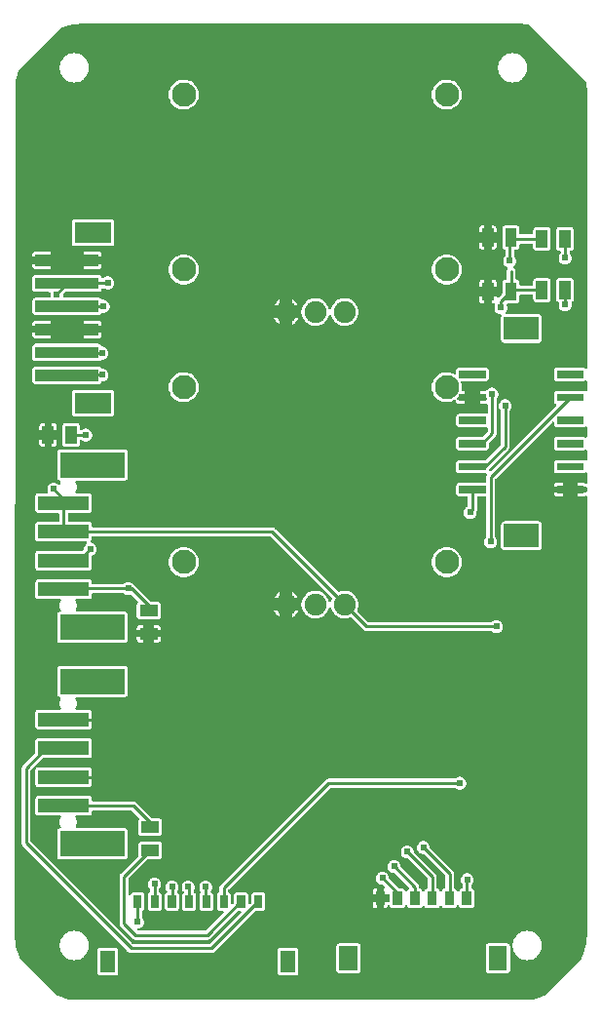
<source format=gbl>
G04 Layer: BottomLayer*
G04 EasyEDA v6.4.17, 2021-03-07T15:12:51--8:00*
G04 6c535f378de342b990020bc8b1c8526d,b5aacd518854429a9b9924e8a25dcfd8,10*
G04 Gerber Generator version 0.2*
G04 Scale: 100 percent, Rotated: No, Reflected: No *
G04 Dimensions in inches *
G04 leading zeros omitted , absolute positions ,3 integer and 6 decimal *
%FSLAX36Y36*%
%MOIN*%

%ADD10C,0.0100*%
%ADD11C,0.0240*%
%ADD12C,0.0748*%
%ADD13C,0.0827*%

%LPD*%
G36*
X212600Y-95000D02*
G01*
X211820Y-94920D01*
X206400Y-93840D01*
X193340Y-90460D01*
X180500Y-86359D01*
X167900Y-81560D01*
X166140Y-80760D01*
X164940Y-79940D01*
X39560Y45439D01*
X38740Y46640D01*
X37860Y48620D01*
X33060Y61220D01*
X28980Y74060D01*
X25620Y87120D01*
X22980Y100340D01*
X21120Y113699D01*
X20099Y125780D01*
X24980Y3047320D01*
X25059Y3048100D01*
X26160Y3053600D01*
X29540Y3066660D01*
X32920Y3077300D01*
X33320Y3078159D01*
X33900Y3078900D01*
X181600Y3226600D01*
X182340Y3227180D01*
X183220Y3227580D01*
X194060Y3231019D01*
X207120Y3234400D01*
X220340Y3237020D01*
X233700Y3238900D01*
X247000Y3240000D01*
X1753020Y3240000D01*
X1766540Y3238860D01*
X1779880Y3236980D01*
X1782620Y3236440D01*
X1783720Y3236040D01*
X1784660Y3235340D01*
X1974840Y3045160D01*
X1975540Y3044220D01*
X1975940Y3043120D01*
X1976519Y3040160D01*
X1978400Y3026800D01*
X1979520Y3013360D01*
X1979900Y2999800D01*
X1979900Y2065980D01*
X1979540Y2064319D01*
X1978540Y2062960D01*
X1977060Y2062140D01*
X1975360Y2062020D01*
X1973779Y2062600D01*
X1971980Y2063720D01*
X1969840Y2064460D01*
X1967380Y2064740D01*
X1877280Y2064740D01*
X1874820Y2064460D01*
X1872680Y2063720D01*
X1870780Y2062520D01*
X1869180Y2060920D01*
X1867980Y2059019D01*
X1867240Y2056879D01*
X1866960Y2054420D01*
X1866960Y2029280D01*
X1867240Y2026819D01*
X1867980Y2024680D01*
X1869180Y2022780D01*
X1870780Y2021180D01*
X1872680Y2019980D01*
X1874820Y2019240D01*
X1877280Y2018959D01*
X1967380Y2018959D01*
X1969840Y2019240D01*
X1971980Y2019980D01*
X1973779Y2021120D01*
X1975360Y2021680D01*
X1977060Y2021560D01*
X1978540Y2020740D01*
X1979540Y2019379D01*
X1979900Y2017720D01*
X1979900Y1987240D01*
X1979540Y1985580D01*
X1978540Y1984220D01*
X1977060Y1983400D01*
X1975360Y1983280D01*
X1973779Y1983860D01*
X1971980Y1984980D01*
X1969840Y1985720D01*
X1967380Y1986000D01*
X1877280Y1986000D01*
X1874820Y1985720D01*
X1872680Y1984980D01*
X1870780Y1983779D01*
X1869180Y1982180D01*
X1867980Y1980280D01*
X1867240Y1978140D01*
X1866960Y1975680D01*
X1866960Y1950540D01*
X1867240Y1948080D01*
X1867980Y1945940D01*
X1869180Y1944040D01*
X1870780Y1942440D01*
X1872380Y1941420D01*
X1873440Y1940460D01*
X1874079Y1939199D01*
X1874240Y1937780D01*
X1873899Y1936380D01*
X1873080Y1935220D01*
X1649880Y1712020D01*
X1648580Y1711160D01*
X1647060Y1710840D01*
X1645520Y1711160D01*
X1644220Y1712020D01*
X1643360Y1713320D01*
X1643060Y1715040D01*
X1643360Y1716579D01*
X1644220Y1717860D01*
X1710540Y1784180D01*
X1712540Y1786620D01*
X1713940Y1789220D01*
X1714800Y1792060D01*
X1715100Y1795200D01*
X1715100Y1917320D01*
X1715400Y1918860D01*
X1716279Y1920160D01*
X1716920Y1920800D01*
X1719139Y1923959D01*
X1720760Y1927440D01*
X1721759Y1931160D01*
X1722100Y1935000D01*
X1721759Y1938839D01*
X1720760Y1942560D01*
X1719139Y1946040D01*
X1716920Y1949199D01*
X1714199Y1951920D01*
X1711060Y1954120D01*
X1707560Y1955760D01*
X1703839Y1956740D01*
X1700020Y1957080D01*
X1696180Y1956740D01*
X1692460Y1955760D01*
X1688959Y1954120D01*
X1685820Y1951920D01*
X1683100Y1949199D01*
X1680880Y1946040D01*
X1679259Y1942560D01*
X1678260Y1938839D01*
X1678080Y1936879D01*
X1677560Y1935220D01*
X1677560Y1934780D01*
X1678080Y1933120D01*
X1678260Y1931160D01*
X1679259Y1927440D01*
X1680880Y1923959D01*
X1683100Y1920800D01*
X1683740Y1920160D01*
X1684600Y1918860D01*
X1684900Y1917340D01*
X1684900Y1802920D01*
X1684600Y1801380D01*
X1683740Y1800080D01*
X1634600Y1750960D01*
X1633300Y1750100D01*
X1631780Y1749780D01*
X1542640Y1749780D01*
X1540160Y1749500D01*
X1538040Y1748760D01*
X1536120Y1747560D01*
X1534520Y1745960D01*
X1533320Y1744060D01*
X1532580Y1741920D01*
X1532300Y1739460D01*
X1532300Y1714319D01*
X1532580Y1711860D01*
X1533320Y1709720D01*
X1534520Y1707820D01*
X1536120Y1706220D01*
X1538040Y1705020D01*
X1540160Y1704280D01*
X1542640Y1704000D01*
X1632740Y1704000D01*
X1634680Y1703839D01*
X1636160Y1702960D01*
X1637120Y1701519D01*
X1637400Y1699820D01*
X1636920Y1698160D01*
X1636080Y1696560D01*
X1635220Y1693720D01*
X1634900Y1690580D01*
X1634900Y1675040D01*
X1634600Y1673520D01*
X1633740Y1672220D01*
X1632440Y1671360D01*
X1630900Y1671040D01*
X1542640Y1671040D01*
X1540160Y1670760D01*
X1538040Y1670020D01*
X1536120Y1668820D01*
X1534520Y1667220D01*
X1533320Y1665320D01*
X1532580Y1663180D01*
X1532300Y1660720D01*
X1532300Y1635580D01*
X1532580Y1633120D01*
X1533320Y1630980D01*
X1534520Y1629079D01*
X1536120Y1627480D01*
X1538040Y1626279D01*
X1540160Y1625540D01*
X1542640Y1625260D01*
X1568580Y1625260D01*
X1570120Y1624960D01*
X1571399Y1624079D01*
X1572280Y1622780D01*
X1572580Y1621260D01*
X1572580Y1593360D01*
X1572300Y1591879D01*
X1571480Y1590620D01*
X1570280Y1589740D01*
X1568959Y1589120D01*
X1565820Y1586920D01*
X1563100Y1584199D01*
X1560880Y1581040D01*
X1559259Y1577560D01*
X1558260Y1573839D01*
X1557920Y1570000D01*
X1558260Y1566160D01*
X1559259Y1562440D01*
X1560880Y1558959D01*
X1563100Y1555800D01*
X1565820Y1553080D01*
X1568959Y1550880D01*
X1572460Y1549240D01*
X1576180Y1548260D01*
X1580020Y1547920D01*
X1583839Y1548260D01*
X1587560Y1549240D01*
X1591060Y1550880D01*
X1594199Y1553080D01*
X1596920Y1555800D01*
X1599139Y1558959D01*
X1600760Y1562440D01*
X1601759Y1566160D01*
X1602100Y1570000D01*
X1601920Y1571940D01*
X1602080Y1573460D01*
X1602480Y1574740D01*
X1602780Y1577880D01*
X1602780Y1621260D01*
X1603080Y1622780D01*
X1603959Y1624079D01*
X1605240Y1624960D01*
X1606780Y1625260D01*
X1630900Y1625260D01*
X1632440Y1624960D01*
X1633740Y1624079D01*
X1634600Y1622780D01*
X1634900Y1621260D01*
X1634900Y1487660D01*
X1634600Y1486140D01*
X1633740Y1484840D01*
X1633100Y1484199D01*
X1630880Y1481040D01*
X1629259Y1477560D01*
X1628260Y1473839D01*
X1627920Y1470000D01*
X1628260Y1466160D01*
X1629259Y1462440D01*
X1630880Y1458959D01*
X1633100Y1455800D01*
X1635820Y1453080D01*
X1638959Y1450880D01*
X1642460Y1449240D01*
X1646180Y1448260D01*
X1650020Y1447920D01*
X1653839Y1448260D01*
X1657560Y1449240D01*
X1661060Y1450880D01*
X1664199Y1453080D01*
X1666920Y1455800D01*
X1669139Y1458959D01*
X1670760Y1462440D01*
X1671759Y1466160D01*
X1672100Y1470000D01*
X1671759Y1473839D01*
X1670760Y1477560D01*
X1669139Y1481040D01*
X1666920Y1484199D01*
X1666279Y1484840D01*
X1665400Y1486140D01*
X1665100Y1487680D01*
X1665100Y1682880D01*
X1665400Y1684400D01*
X1666279Y1685700D01*
X1860120Y1879540D01*
X1861420Y1880420D01*
X1862960Y1880720D01*
X1864480Y1880420D01*
X1865780Y1879540D01*
X1866639Y1878260D01*
X1866960Y1876720D01*
X1866960Y1871800D01*
X1867240Y1869340D01*
X1867980Y1867200D01*
X1869180Y1865300D01*
X1870780Y1863700D01*
X1872680Y1862500D01*
X1874820Y1861759D01*
X1877280Y1861480D01*
X1967380Y1861480D01*
X1969840Y1861759D01*
X1971980Y1862500D01*
X1973779Y1863640D01*
X1975360Y1864199D01*
X1977060Y1864079D01*
X1978540Y1863260D01*
X1979540Y1861900D01*
X1979900Y1860240D01*
X1979900Y1829760D01*
X1979540Y1828100D01*
X1978540Y1826740D01*
X1977060Y1825920D01*
X1975360Y1825800D01*
X1973779Y1826380D01*
X1971980Y1827500D01*
X1969840Y1828240D01*
X1967380Y1828520D01*
X1877280Y1828520D01*
X1874820Y1828240D01*
X1872680Y1827500D01*
X1870780Y1826300D01*
X1869180Y1824700D01*
X1867980Y1822800D01*
X1867240Y1820660D01*
X1866960Y1818200D01*
X1866960Y1793060D01*
X1867240Y1790600D01*
X1867980Y1788460D01*
X1869180Y1786560D01*
X1870780Y1784960D01*
X1872680Y1783760D01*
X1874820Y1783020D01*
X1877280Y1782740D01*
X1967380Y1782740D01*
X1969840Y1783020D01*
X1971980Y1783760D01*
X1973779Y1784900D01*
X1975360Y1785460D01*
X1977060Y1785340D01*
X1978540Y1784520D01*
X1979540Y1783160D01*
X1979900Y1781500D01*
X1979900Y1751020D01*
X1979540Y1749360D01*
X1978540Y1748000D01*
X1977060Y1747180D01*
X1975360Y1747060D01*
X1973779Y1747640D01*
X1971980Y1748760D01*
X1969840Y1749500D01*
X1967380Y1749780D01*
X1877280Y1749780D01*
X1874820Y1749500D01*
X1872680Y1748760D01*
X1870780Y1747560D01*
X1869180Y1745960D01*
X1867980Y1744060D01*
X1867240Y1741920D01*
X1866960Y1739460D01*
X1866960Y1714319D01*
X1867240Y1711860D01*
X1867980Y1709720D01*
X1869180Y1707820D01*
X1870780Y1706220D01*
X1872680Y1705020D01*
X1874820Y1704280D01*
X1877280Y1704000D01*
X1967380Y1704000D01*
X1969840Y1704280D01*
X1971980Y1705020D01*
X1973779Y1706160D01*
X1975360Y1706720D01*
X1977060Y1706600D01*
X1978540Y1705780D01*
X1979540Y1704420D01*
X1979900Y1702760D01*
X1979900Y1672280D01*
X1979540Y1670620D01*
X1978540Y1669259D01*
X1977060Y1668440D01*
X1975360Y1668320D01*
X1973779Y1668899D01*
X1971980Y1670020D01*
X1969840Y1670760D01*
X1967380Y1671040D01*
X1947460Y1671040D01*
X1947460Y1657040D01*
X1975900Y1657040D01*
X1977440Y1656740D01*
X1978740Y1655880D01*
X1979600Y1654580D01*
X1979900Y1653040D01*
X1979900Y1643260D01*
X1979600Y1641720D01*
X1978740Y1640420D01*
X1977440Y1639560D01*
X1975900Y1639259D01*
X1947460Y1639259D01*
X1947460Y1625260D01*
X1967380Y1625260D01*
X1969840Y1625540D01*
X1971980Y1626279D01*
X1973779Y1627420D01*
X1975360Y1627980D01*
X1977060Y1627860D01*
X1978540Y1627040D01*
X1979540Y1625680D01*
X1979900Y1624019D01*
X1979900Y140200D01*
X1979520Y126400D01*
X1978380Y112980D01*
X1976480Y99620D01*
X1973839Y86400D01*
X1970480Y73340D01*
X1966380Y60500D01*
X1961560Y47900D01*
X1960760Y46140D01*
X1959940Y44940D01*
X1834560Y-80440D01*
X1833380Y-81260D01*
X1831399Y-82140D01*
X1818800Y-86940D01*
X1805940Y-91020D01*
X1792880Y-94400D01*
X1790220Y-94920D01*
X1789440Y-95000D01*
G37*

%LPC*%
G36*
X314280Y-12540D02*
G01*
X365020Y-12540D01*
X367480Y-12260D01*
X369620Y-11520D01*
X371520Y-10320D01*
X373120Y-8720D01*
X374320Y-6820D01*
X375060Y-4680D01*
X375340Y-2220D01*
X375340Y72140D01*
X375060Y74600D01*
X374320Y76740D01*
X373120Y78640D01*
X371520Y80239D01*
X369620Y81440D01*
X367480Y82180D01*
X365020Y82460D01*
X314280Y82460D01*
X311820Y82180D01*
X309700Y81440D01*
X307780Y80239D01*
X306180Y78640D01*
X304980Y76740D01*
X304240Y74600D01*
X303960Y72140D01*
X303960Y-2220D01*
X304240Y-4680D01*
X304980Y-6820D01*
X306180Y-8720D01*
X307780Y-10320D01*
X309700Y-11520D01*
X311820Y-12260D01*
G37*
G36*
X931380Y-12540D02*
G01*
X982099Y-12540D01*
X984580Y-12260D01*
X986700Y-11520D01*
X988620Y-10320D01*
X990200Y-8720D01*
X991400Y-6820D01*
X992159Y-4680D01*
X992420Y-2220D01*
X992420Y72140D01*
X992159Y74600D01*
X991400Y76740D01*
X990200Y78640D01*
X988620Y80239D01*
X986700Y81440D01*
X984580Y82180D01*
X982099Y82460D01*
X931380Y82460D01*
X928900Y82180D01*
X926780Y81440D01*
X924860Y80239D01*
X923280Y78640D01*
X922080Y76740D01*
X921320Y74600D01*
X921040Y72140D01*
X921040Y-2220D01*
X921320Y-4680D01*
X922080Y-6820D01*
X923280Y-8720D01*
X924860Y-10320D01*
X926780Y-11520D01*
X928900Y-12260D01*
G37*
G36*
X1132820Y-5540D02*
G01*
X1195360Y-5540D01*
X1197840Y-5260D01*
X1199960Y-4500D01*
X1201880Y-3300D01*
X1203460Y-1719D01*
X1204660Y200D01*
X1205420Y2320D01*
X1205700Y4800D01*
X1205700Y87020D01*
X1205420Y89480D01*
X1204660Y91620D01*
X1203460Y93520D01*
X1201880Y95120D01*
X1199960Y96320D01*
X1197840Y97060D01*
X1195360Y97340D01*
X1132820Y97340D01*
X1130360Y97060D01*
X1128220Y96320D01*
X1126320Y95120D01*
X1124720Y93520D01*
X1123520Y91620D01*
X1122780Y89480D01*
X1122500Y87020D01*
X1122500Y4800D01*
X1122780Y2320D01*
X1123520Y200D01*
X1124720Y-1719D01*
X1126320Y-3300D01*
X1128220Y-4500D01*
X1130360Y-5260D01*
G37*
G36*
X1643220Y-5540D02*
G01*
X1705760Y-5540D01*
X1708240Y-5260D01*
X1710360Y-4500D01*
X1712280Y-3300D01*
X1713860Y-1719D01*
X1715080Y200D01*
X1715820Y2320D01*
X1716100Y4800D01*
X1716100Y87020D01*
X1715820Y89480D01*
X1715080Y91620D01*
X1713860Y93520D01*
X1712280Y95120D01*
X1710360Y96320D01*
X1708240Y97060D01*
X1705760Y97340D01*
X1643220Y97340D01*
X1640760Y97060D01*
X1638620Y96320D01*
X1636720Y95120D01*
X1635120Y93520D01*
X1633920Y91620D01*
X1633180Y89480D01*
X1632900Y87020D01*
X1632900Y4800D01*
X1633180Y2320D01*
X1633920Y200D01*
X1635120Y-1719D01*
X1636720Y-3300D01*
X1638620Y-4500D01*
X1640760Y-5260D01*
G37*
G36*
X225020Y39900D02*
G01*
X231040Y40279D01*
X237000Y41360D01*
X242780Y43160D01*
X248280Y45640D01*
X253460Y48780D01*
X258220Y52500D01*
X262500Y56780D01*
X266240Y61540D01*
X269360Y66720D01*
X271840Y72240D01*
X273640Y78020D01*
X274740Y83960D01*
X275100Y90000D01*
X274740Y96039D01*
X273640Y101980D01*
X271840Y107760D01*
X269360Y113280D01*
X266240Y118460D01*
X262500Y123219D01*
X258220Y127500D01*
X253460Y131220D01*
X248280Y134360D01*
X242780Y136840D01*
X237000Y138640D01*
X231040Y139720D01*
X225020Y140100D01*
X218980Y139720D01*
X213020Y138640D01*
X207240Y136840D01*
X201740Y134360D01*
X196560Y131220D01*
X191800Y127500D01*
X187520Y123219D01*
X183780Y118460D01*
X180660Y113280D01*
X178180Y107760D01*
X176380Y101980D01*
X175280Y96039D01*
X174920Y90000D01*
X175280Y83960D01*
X176380Y78020D01*
X178180Y72240D01*
X180660Y66720D01*
X183780Y61540D01*
X187520Y56780D01*
X191800Y52500D01*
X196560Y48780D01*
X201740Y45640D01*
X207240Y43160D01*
X213020Y41360D01*
X218980Y40279D01*
G37*
G36*
X1775020Y39900D02*
G01*
X1781040Y40279D01*
X1787000Y41360D01*
X1792780Y43160D01*
X1798280Y45640D01*
X1803460Y48780D01*
X1808220Y52500D01*
X1812500Y56780D01*
X1816240Y61540D01*
X1819360Y66720D01*
X1821840Y72240D01*
X1823640Y78020D01*
X1824740Y83960D01*
X1825100Y90000D01*
X1824740Y96039D01*
X1823640Y101980D01*
X1821840Y107760D01*
X1819360Y113280D01*
X1816240Y118460D01*
X1812500Y123219D01*
X1808220Y127500D01*
X1803460Y131220D01*
X1798280Y134360D01*
X1792780Y136840D01*
X1787000Y138640D01*
X1781040Y139720D01*
X1775020Y140100D01*
X1768980Y139720D01*
X1763020Y138640D01*
X1757240Y136840D01*
X1751740Y134360D01*
X1746560Y131220D01*
X1741800Y127500D01*
X1737520Y123219D01*
X1733779Y118460D01*
X1730660Y113280D01*
X1728180Y107760D01*
X1726380Y101980D01*
X1725280Y96039D01*
X1724920Y90000D01*
X1725280Y83960D01*
X1726380Y78020D01*
X1728180Y72240D01*
X1730660Y66720D01*
X1733779Y61540D01*
X1737520Y56780D01*
X1741800Y52500D01*
X1746560Y48780D01*
X1751740Y45640D01*
X1757240Y43160D01*
X1763020Y41360D01*
X1768980Y40279D01*
G37*
G36*
X420200Y64900D02*
G01*
X694700Y64900D01*
X697840Y65220D01*
X700660Y66060D01*
X703259Y67460D01*
X705699Y69460D01*
X843319Y207079D01*
X844620Y207940D01*
X846140Y208240D01*
X868439Y208240D01*
X870900Y208520D01*
X873040Y209280D01*
X874940Y210479D01*
X876540Y212060D01*
X877740Y213980D01*
X878480Y216100D01*
X878760Y218580D01*
X878760Y261420D01*
X878480Y263900D01*
X877740Y266020D01*
X876540Y267940D01*
X874940Y269540D01*
X873040Y270740D01*
X870900Y271480D01*
X868439Y271760D01*
X841340Y271760D01*
X838860Y271480D01*
X836740Y270740D01*
X834820Y269540D01*
X833240Y267940D01*
X832039Y266020D01*
X831280Y263900D01*
X831000Y261420D01*
X831000Y239120D01*
X830699Y237600D01*
X829840Y236300D01*
X826540Y233000D01*
X825240Y232140D01*
X823720Y231840D01*
X822180Y232140D01*
X820879Y233000D01*
X820020Y234300D01*
X819720Y235840D01*
X819720Y261420D01*
X819440Y263900D01*
X818680Y266020D01*
X817480Y267940D01*
X815900Y269540D01*
X813980Y270740D01*
X811860Y271480D01*
X809380Y271760D01*
X782280Y271760D01*
X779820Y271480D01*
X777680Y270740D01*
X775780Y269540D01*
X774180Y267940D01*
X772980Y266020D01*
X772240Y263900D01*
X771960Y261420D01*
X771960Y239140D01*
X771640Y237600D01*
X770780Y236300D01*
X767480Y233020D01*
X766180Y232140D01*
X764659Y231840D01*
X763120Y232140D01*
X761820Y233020D01*
X760960Y234300D01*
X760660Y235840D01*
X760660Y261420D01*
X760380Y263900D01*
X759640Y266020D01*
X758439Y267940D01*
X756840Y269540D01*
X753439Y271600D01*
X752500Y272940D01*
X752159Y274540D01*
X752159Y279140D01*
X752460Y280680D01*
X753340Y281980D01*
X1100040Y628680D01*
X1101340Y629560D01*
X1102880Y629860D01*
X1527380Y629860D01*
X1528920Y629560D01*
X1530200Y628680D01*
X1530820Y628080D01*
X1533959Y625880D01*
X1537460Y624240D01*
X1541180Y623260D01*
X1545020Y622920D01*
X1548839Y623260D01*
X1552560Y624240D01*
X1556060Y625880D01*
X1559199Y628080D01*
X1561920Y630800D01*
X1564139Y633960D01*
X1565760Y637440D01*
X1566759Y641160D01*
X1567100Y645000D01*
X1566759Y648840D01*
X1565760Y652560D01*
X1564139Y656040D01*
X1561920Y659200D01*
X1559199Y661919D01*
X1556060Y664120D01*
X1552560Y665759D01*
X1548839Y666740D01*
X1545020Y667080D01*
X1541180Y666740D01*
X1537460Y665759D01*
X1533959Y664120D01*
X1530820Y661919D01*
X1530120Y661240D01*
X1528839Y660360D01*
X1527300Y660060D01*
X1095160Y660060D01*
X1092020Y659760D01*
X1089180Y658900D01*
X1086580Y657500D01*
X1084140Y655500D01*
X726520Y297880D01*
X724520Y295440D01*
X723120Y292840D01*
X722260Y290000D01*
X721960Y286860D01*
X721960Y274740D01*
X721620Y273140D01*
X720680Y271800D01*
X719280Y270960D01*
X718620Y270740D01*
X716720Y269540D01*
X715120Y267940D01*
X713920Y266020D01*
X713180Y263900D01*
X712900Y261420D01*
X712900Y218580D01*
X713180Y216100D01*
X713920Y213980D01*
X715120Y212060D01*
X716720Y210479D01*
X718620Y209280D01*
X720759Y208520D01*
X723220Y208240D01*
X733060Y208240D01*
X734599Y207940D01*
X735900Y207079D01*
X736760Y205780D01*
X737060Y204240D01*
X736760Y202719D01*
X735900Y201420D01*
X675740Y141280D01*
X674460Y140400D01*
X672920Y140100D01*
X443800Y140100D01*
X442120Y140480D01*
X440740Y141520D01*
X439940Y143060D01*
X439860Y144800D01*
X440540Y146400D01*
X441800Y147560D01*
X443459Y148080D01*
X445340Y148260D01*
X449060Y149240D01*
X452560Y150880D01*
X455700Y153080D01*
X458420Y155800D01*
X460640Y158960D01*
X462260Y162440D01*
X463260Y166160D01*
X463600Y170000D01*
X463260Y173840D01*
X462260Y177560D01*
X460640Y181040D01*
X458420Y184200D01*
X457780Y184840D01*
X456900Y186140D01*
X456599Y187680D01*
X456599Y205360D01*
X456940Y206960D01*
X457879Y208299D01*
X459660Y209280D01*
X461560Y210479D01*
X463160Y212060D01*
X464360Y213980D01*
X465100Y216100D01*
X465379Y218580D01*
X465379Y261420D01*
X465100Y263900D01*
X464360Y266020D01*
X463160Y267940D01*
X461560Y269540D01*
X459660Y270740D01*
X457520Y271480D01*
X455060Y271760D01*
X427939Y271760D01*
X425480Y271480D01*
X423360Y270740D01*
X421440Y269540D01*
X419840Y267940D01*
X418640Y266020D01*
X417879Y263840D01*
X417060Y262480D01*
X415780Y261520D01*
X414240Y261160D01*
X412660Y261420D01*
X411320Y262280D01*
X410420Y263600D01*
X410100Y265160D01*
X410100Y317720D01*
X410400Y319260D01*
X411280Y320540D01*
X475400Y384680D01*
X476700Y385540D01*
X478240Y385840D01*
X515300Y385840D01*
X517760Y386120D01*
X519880Y386860D01*
X521800Y388060D01*
X523400Y389660D01*
X524600Y391580D01*
X525340Y393700D01*
X525620Y396180D01*
X525620Y435100D01*
X525340Y437560D01*
X524600Y439680D01*
X523400Y441599D01*
X521800Y443200D01*
X519880Y444400D01*
X517760Y445140D01*
X515300Y445420D01*
X454720Y445420D01*
X452260Y445140D01*
X450120Y444400D01*
X448220Y443200D01*
X446620Y441599D01*
X445420Y439680D01*
X444680Y437560D01*
X444400Y435100D01*
X444400Y398040D01*
X444080Y396500D01*
X443220Y395200D01*
X384460Y336440D01*
X382460Y334000D01*
X381079Y331400D01*
X380220Y328579D01*
X379900Y325439D01*
X379900Y165200D01*
X380220Y162060D01*
X381079Y159220D01*
X382460Y156620D01*
X384460Y154180D01*
X424180Y114460D01*
X426620Y112460D01*
X429240Y111060D01*
X432060Y110220D01*
X435200Y109900D01*
X680639Y109900D01*
X683780Y110220D01*
X686600Y111060D01*
X689200Y112460D01*
X691640Y114460D01*
X784260Y207079D01*
X785560Y207940D01*
X787080Y208240D01*
X792120Y208240D01*
X793660Y207940D01*
X794960Y207079D01*
X795819Y205780D01*
X796120Y204240D01*
X795819Y202719D01*
X794960Y201420D01*
X689800Y96280D01*
X688520Y95399D01*
X686979Y95100D01*
X427920Y95100D01*
X426380Y95399D01*
X425080Y96280D01*
X76280Y445080D01*
X75400Y446380D01*
X75100Y447920D01*
X75100Y687080D01*
X75400Y688620D01*
X76280Y689920D01*
X115800Y729440D01*
X117100Y730300D01*
X118620Y730620D01*
X275060Y730620D01*
X277520Y730879D01*
X279660Y731640D01*
X281560Y732840D01*
X283160Y734419D01*
X284360Y736340D01*
X285100Y738460D01*
X285380Y740939D01*
X285380Y787480D01*
X285100Y789960D01*
X284360Y792080D01*
X283160Y794000D01*
X281560Y795580D01*
X279660Y796780D01*
X277520Y797540D01*
X275060Y797820D01*
X102500Y797820D01*
X100040Y797540D01*
X97920Y796780D01*
X96000Y795580D01*
X94400Y794000D01*
X93200Y792080D01*
X92460Y789960D01*
X92180Y787480D01*
X92180Y750200D01*
X91880Y748660D01*
X91020Y747360D01*
X49460Y705819D01*
X47460Y703379D01*
X46080Y700780D01*
X45220Y697940D01*
X44900Y694800D01*
X44900Y440200D01*
X45220Y437060D01*
X46080Y434219D01*
X47460Y431620D01*
X49460Y429180D01*
X409180Y69460D01*
X411620Y67460D01*
X414240Y66060D01*
X417060Y65220D01*
G37*
G36*
X546060Y208240D02*
G01*
X573160Y208240D01*
X575640Y208520D01*
X577760Y209280D01*
X579680Y210479D01*
X581260Y212060D01*
X582460Y213980D01*
X583220Y216100D01*
X583500Y218580D01*
X583500Y261420D01*
X583220Y263900D01*
X582460Y266020D01*
X581260Y267940D01*
X579680Y269540D01*
X578280Y270400D01*
X577120Y271520D01*
X576480Y273000D01*
X576480Y274620D01*
X577120Y276080D01*
X579140Y278960D01*
X580760Y282440D01*
X581760Y286160D01*
X582100Y290000D01*
X581760Y293840D01*
X580760Y297560D01*
X579140Y301040D01*
X576920Y304200D01*
X574200Y306920D01*
X571060Y309120D01*
X567560Y310760D01*
X563840Y311740D01*
X560020Y312080D01*
X556180Y311740D01*
X552460Y310760D01*
X548960Y309120D01*
X545820Y306920D01*
X543100Y304200D01*
X540880Y301040D01*
X539260Y297560D01*
X538260Y293840D01*
X537920Y290000D01*
X538260Y286160D01*
X539260Y282440D01*
X540880Y278960D01*
X542640Y276440D01*
X543280Y274960D01*
X543300Y273360D01*
X542660Y271860D01*
X541500Y270760D01*
X539560Y269540D01*
X537960Y267940D01*
X536760Y266020D01*
X536020Y263900D01*
X535740Y261420D01*
X535740Y218580D01*
X536020Y216100D01*
X536760Y213980D01*
X537960Y212060D01*
X539560Y210479D01*
X541460Y209280D01*
X543600Y208520D01*
G37*
G36*
X664160Y208240D02*
G01*
X691280Y208240D01*
X693740Y208520D01*
X695879Y209280D01*
X697780Y210479D01*
X699380Y212060D01*
X700580Y213980D01*
X701320Y216100D01*
X701600Y218580D01*
X701600Y261420D01*
X701320Y263900D01*
X700580Y266020D01*
X699380Y267940D01*
X697780Y269540D01*
X695879Y270740D01*
X694840Y271100D01*
X693560Y271820D01*
X692640Y272960D01*
X692180Y274360D01*
X692280Y275820D01*
X692880Y277160D01*
X694140Y278960D01*
X695759Y282440D01*
X696760Y286160D01*
X697099Y290000D01*
X696760Y293840D01*
X695759Y297560D01*
X694140Y301040D01*
X691919Y304200D01*
X689200Y306920D01*
X686060Y309120D01*
X682560Y310760D01*
X678840Y311740D01*
X675020Y312080D01*
X671180Y311740D01*
X667460Y310760D01*
X663960Y309120D01*
X660819Y306920D01*
X658100Y304200D01*
X655879Y301040D01*
X654260Y297560D01*
X653259Y293840D01*
X652920Y290000D01*
X653259Y286160D01*
X654260Y282440D01*
X655879Y278960D01*
X658300Y275520D01*
X659040Y273640D01*
X659140Y272280D01*
X658760Y270960D01*
X657980Y269840D01*
X656060Y267940D01*
X654860Y266020D01*
X654120Y263900D01*
X653840Y261420D01*
X653840Y218580D01*
X654120Y216100D01*
X654860Y213980D01*
X656060Y212060D01*
X657660Y210479D01*
X659580Y209280D01*
X661700Y208520D01*
G37*
G36*
X605120Y208240D02*
G01*
X632220Y208240D01*
X634680Y208520D01*
X636820Y209280D01*
X638720Y210479D01*
X640320Y212060D01*
X641520Y213980D01*
X642260Y216100D01*
X642540Y218580D01*
X642540Y261420D01*
X642260Y263900D01*
X641520Y266020D01*
X640320Y267940D01*
X638720Y269540D01*
X635360Y271600D01*
X634420Y272920D01*
X634080Y274520D01*
X634080Y277960D01*
X634460Y279660D01*
X635760Y282440D01*
X636760Y286160D01*
X637100Y290000D01*
X636760Y293840D01*
X635760Y297560D01*
X634140Y301040D01*
X631920Y304200D01*
X629200Y306920D01*
X626060Y309120D01*
X622560Y310760D01*
X618840Y311740D01*
X615020Y312080D01*
X611180Y311740D01*
X607460Y310760D01*
X603960Y309120D01*
X600820Y306920D01*
X598100Y304200D01*
X595880Y301040D01*
X594260Y297560D01*
X593260Y293840D01*
X592920Y290000D01*
X593260Y286160D01*
X594260Y282440D01*
X595880Y278960D01*
X598100Y275800D01*
X598660Y275240D01*
X599520Y273940D01*
X599820Y272420D01*
X599520Y270880D01*
X598660Y269580D01*
X597020Y267940D01*
X595820Y266020D01*
X595060Y263900D01*
X594780Y261420D01*
X594780Y218580D01*
X595060Y216100D01*
X595820Y213980D01*
X597020Y212060D01*
X598600Y210479D01*
X600520Y209280D01*
X602640Y208520D01*
G37*
G36*
X487000Y208240D02*
G01*
X514120Y208240D01*
X516580Y208520D01*
X518700Y209280D01*
X520620Y210479D01*
X522220Y212060D01*
X523420Y213980D01*
X524159Y216100D01*
X524440Y218580D01*
X524440Y261420D01*
X524159Y263900D01*
X523420Y266020D01*
X522220Y267940D01*
X520620Y269540D01*
X518700Y270740D01*
X516940Y271700D01*
X515980Y273000D01*
X515640Y274560D01*
X515460Y282580D01*
X515740Y284160D01*
X519140Y288960D01*
X520760Y292440D01*
X521760Y296160D01*
X522100Y300000D01*
X521760Y303840D01*
X520760Y307560D01*
X519140Y311040D01*
X516920Y314200D01*
X514200Y316920D01*
X511060Y319120D01*
X507560Y320760D01*
X503840Y321740D01*
X500020Y322080D01*
X496180Y321740D01*
X492460Y320760D01*
X488960Y319120D01*
X485820Y316920D01*
X483100Y314200D01*
X480880Y311040D01*
X479260Y307560D01*
X478260Y303840D01*
X477920Y300000D01*
X478260Y296160D01*
X479260Y292440D01*
X480880Y288960D01*
X483100Y285800D01*
X484080Y284820D01*
X484940Y283560D01*
X485260Y282080D01*
X485420Y274720D01*
X485120Y273080D01*
X484159Y271720D01*
X482400Y270740D01*
X480500Y269540D01*
X478900Y267940D01*
X477700Y266020D01*
X476960Y263900D01*
X476680Y261420D01*
X476680Y218580D01*
X476960Y216100D01*
X477700Y213980D01*
X478900Y212060D01*
X480500Y210479D01*
X482400Y209280D01*
X484540Y208520D01*
G37*
G36*
X1434040Y216840D02*
G01*
X1465100Y216840D01*
X1467560Y217100D01*
X1469700Y217860D01*
X1471600Y219060D01*
X1473200Y220640D01*
X1474400Y222560D01*
X1475180Y224840D01*
X1475840Y226460D01*
X1477120Y227640D01*
X1478800Y228180D01*
X1480520Y227940D01*
X1481980Y226980D01*
X1482900Y225500D01*
X1483800Y222960D01*
X1485000Y221040D01*
X1486600Y219440D01*
X1488500Y218240D01*
X1490640Y217500D01*
X1493100Y217220D01*
X1524160Y217220D01*
X1526620Y217500D01*
X1528740Y218240D01*
X1530660Y219440D01*
X1532260Y221040D01*
X1533460Y222960D01*
X1534340Y225500D01*
X1535180Y226900D01*
X1536500Y227840D01*
X1538080Y228180D01*
X1539680Y227880D01*
X1541000Y226960D01*
X1541879Y225580D01*
X1542840Y222979D01*
X1544060Y221040D01*
X1545660Y219440D01*
X1547560Y218240D01*
X1549700Y217500D01*
X1552160Y217220D01*
X1583200Y217220D01*
X1585680Y217500D01*
X1587800Y218240D01*
X1589720Y219440D01*
X1591300Y221040D01*
X1592500Y222960D01*
X1593260Y225080D01*
X1593540Y227540D01*
X1593540Y274340D01*
X1593260Y276800D01*
X1592500Y278940D01*
X1591300Y280840D01*
X1589720Y282440D01*
X1587800Y283640D01*
X1586360Y284140D01*
X1584960Y285000D01*
X1584019Y286320D01*
X1583680Y287920D01*
X1583680Y295900D01*
X1583980Y297440D01*
X1584860Y298740D01*
X1586920Y300800D01*
X1589139Y303960D01*
X1590760Y307440D01*
X1591759Y311160D01*
X1592100Y315000D01*
X1591759Y318840D01*
X1590760Y322560D01*
X1589139Y326040D01*
X1586920Y329200D01*
X1584199Y331920D01*
X1581060Y334120D01*
X1577560Y335760D01*
X1573839Y336740D01*
X1570020Y337080D01*
X1566180Y336740D01*
X1562460Y335760D01*
X1558959Y334120D01*
X1555820Y331920D01*
X1553100Y329200D01*
X1550880Y326040D01*
X1549259Y322560D01*
X1548260Y318840D01*
X1547920Y315000D01*
X1548260Y311160D01*
X1549259Y307440D01*
X1550880Y303960D01*
X1552760Y301280D01*
X1553300Y300180D01*
X1553480Y298980D01*
X1553480Y288400D01*
X1553220Y286960D01*
X1552460Y285720D01*
X1551320Y284840D01*
X1549700Y284400D01*
X1547560Y283640D01*
X1545660Y282440D01*
X1544060Y280840D01*
X1542860Y278940D01*
X1541960Y276380D01*
X1541120Y275000D01*
X1539820Y274040D01*
X1538220Y273700D01*
X1536639Y274020D01*
X1535300Y274940D01*
X1534440Y276320D01*
X1533480Y278900D01*
X1532260Y280840D01*
X1530660Y282440D01*
X1528740Y283640D01*
X1527320Y284140D01*
X1525920Y284980D01*
X1524980Y286320D01*
X1524640Y287920D01*
X1524640Y335260D01*
X1524340Y338400D01*
X1523480Y341240D01*
X1522080Y343840D01*
X1520080Y346280D01*
X1443200Y423160D01*
X1442400Y424300D01*
X1442040Y425640D01*
X1441759Y428840D01*
X1440760Y432560D01*
X1439139Y436040D01*
X1436920Y439200D01*
X1434199Y441920D01*
X1431060Y444120D01*
X1427560Y445760D01*
X1423839Y446740D01*
X1420020Y447080D01*
X1416180Y446740D01*
X1412460Y445760D01*
X1408959Y444120D01*
X1405820Y441920D01*
X1403100Y439200D01*
X1400880Y436040D01*
X1399259Y432560D01*
X1398260Y428840D01*
X1397920Y425000D01*
X1398260Y421160D01*
X1399259Y417440D01*
X1400880Y413960D01*
X1403100Y410800D01*
X1405820Y408080D01*
X1408959Y405880D01*
X1412460Y404240D01*
X1416180Y403260D01*
X1419360Y402980D01*
X1420700Y402620D01*
X1421840Y401820D01*
X1493280Y330379D01*
X1494139Y329080D01*
X1494440Y327540D01*
X1494440Y288400D01*
X1494180Y286960D01*
X1493420Y285720D01*
X1492280Y284840D01*
X1490640Y284400D01*
X1488500Y283640D01*
X1486600Y282440D01*
X1485000Y280840D01*
X1483820Y278960D01*
X1482900Y276320D01*
X1482140Y274980D01*
X1480940Y274040D01*
X1479460Y273620D01*
X1477940Y273780D01*
X1476579Y274520D01*
X1475600Y275700D01*
X1474400Y279340D01*
X1473200Y281240D01*
X1471600Y282840D01*
X1469700Y284040D01*
X1468260Y284540D01*
X1466860Y285380D01*
X1465900Y286720D01*
X1465580Y288320D01*
X1465580Y324340D01*
X1465260Y327480D01*
X1464400Y330300D01*
X1463020Y332920D01*
X1461020Y335360D01*
X1388200Y408180D01*
X1387400Y409300D01*
X1387040Y410660D01*
X1386759Y413840D01*
X1385760Y417560D01*
X1384139Y421040D01*
X1381920Y424200D01*
X1379199Y426920D01*
X1376060Y429120D01*
X1372560Y430760D01*
X1368839Y431740D01*
X1365020Y432080D01*
X1361180Y431740D01*
X1357460Y430760D01*
X1353959Y429120D01*
X1350820Y426920D01*
X1348100Y424200D01*
X1345880Y421040D01*
X1344259Y417560D01*
X1343260Y413840D01*
X1342920Y410000D01*
X1343260Y406160D01*
X1344259Y402440D01*
X1345880Y398960D01*
X1348100Y395800D01*
X1350820Y393080D01*
X1353959Y390880D01*
X1357460Y389240D01*
X1361180Y388260D01*
X1364360Y387980D01*
X1365700Y387620D01*
X1366840Y386820D01*
X1434199Y319460D01*
X1435080Y318160D01*
X1435380Y316620D01*
X1435380Y288780D01*
X1435120Y287360D01*
X1434360Y286120D01*
X1433220Y285240D01*
X1431579Y284780D01*
X1429460Y284040D01*
X1427540Y282840D01*
X1425940Y281240D01*
X1424740Y279340D01*
X1423959Y277040D01*
X1423300Y275420D01*
X1422020Y274240D01*
X1420340Y273720D01*
X1418620Y273960D01*
X1417160Y274900D01*
X1416240Y276380D01*
X1415340Y278940D01*
X1414139Y280840D01*
X1412540Y282440D01*
X1410640Y283640D01*
X1408300Y284460D01*
X1406900Y285300D01*
X1405960Y286640D01*
X1405620Y288240D01*
X1405620Y289280D01*
X1405320Y292420D01*
X1404460Y295260D01*
X1403060Y297860D01*
X1401060Y300300D01*
X1343200Y358160D01*
X1342400Y359300D01*
X1342040Y360640D01*
X1341759Y363840D01*
X1340760Y367560D01*
X1339139Y371040D01*
X1336920Y374200D01*
X1334199Y376920D01*
X1331060Y379120D01*
X1327560Y380760D01*
X1323839Y381740D01*
X1320020Y382080D01*
X1316180Y381740D01*
X1312460Y380760D01*
X1308959Y379120D01*
X1305820Y376920D01*
X1303100Y374200D01*
X1300880Y371040D01*
X1299259Y367560D01*
X1298260Y363840D01*
X1297920Y360000D01*
X1298260Y356160D01*
X1299259Y352440D01*
X1300880Y348960D01*
X1303100Y345800D01*
X1305820Y343080D01*
X1308959Y340880D01*
X1312460Y339240D01*
X1316180Y338260D01*
X1319360Y337980D01*
X1320700Y337620D01*
X1321840Y336820D01*
X1369680Y288980D01*
X1370500Y287800D01*
X1370840Y286420D01*
X1370680Y285000D01*
X1370040Y283720D01*
X1368480Y282440D01*
X1366900Y280840D01*
X1365700Y278940D01*
X1364800Y276380D01*
X1363959Y275000D01*
X1362640Y274040D01*
X1361060Y273700D01*
X1359480Y274020D01*
X1358140Y274940D01*
X1357280Y276320D01*
X1356300Y278900D01*
X1355080Y280840D01*
X1353500Y282440D01*
X1351579Y283640D01*
X1349460Y284400D01*
X1346980Y284660D01*
X1338340Y284660D01*
X1336819Y284980D01*
X1335520Y285840D01*
X1303200Y318160D01*
X1302400Y319300D01*
X1302040Y320640D01*
X1301759Y323840D01*
X1300760Y327560D01*
X1299139Y331040D01*
X1296920Y334200D01*
X1294199Y336920D01*
X1291060Y339120D01*
X1287560Y340760D01*
X1283839Y341740D01*
X1280020Y342080D01*
X1276180Y341740D01*
X1272460Y340760D01*
X1268960Y339120D01*
X1265820Y336920D01*
X1263100Y334200D01*
X1260880Y331040D01*
X1259260Y327560D01*
X1258260Y323840D01*
X1257920Y320000D01*
X1258260Y316160D01*
X1259260Y312440D01*
X1260880Y308960D01*
X1263100Y305800D01*
X1265820Y303080D01*
X1268960Y300880D01*
X1272460Y299240D01*
X1276180Y298260D01*
X1279360Y297980D01*
X1280700Y297620D01*
X1281840Y296820D01*
X1287160Y291500D01*
X1288020Y290200D01*
X1288320Y288660D01*
X1288020Y287140D01*
X1287160Y285840D01*
X1285860Y284980D01*
X1284319Y284660D01*
X1282780Y284660D01*
X1282780Y265260D01*
X1301620Y265260D01*
X1303140Y264960D01*
X1304440Y264080D01*
X1305300Y262780D01*
X1305620Y261260D01*
X1305620Y240640D01*
X1305300Y239100D01*
X1304440Y237800D01*
X1303140Y236940D01*
X1301620Y236640D01*
X1282780Y236640D01*
X1282780Y217220D01*
X1287940Y217220D01*
X1290400Y217500D01*
X1292520Y218240D01*
X1294440Y219440D01*
X1296040Y221040D01*
X1297240Y222960D01*
X1298120Y225500D01*
X1298959Y226900D01*
X1300280Y227840D01*
X1301860Y228180D01*
X1303460Y227880D01*
X1304780Y226960D01*
X1305660Y225580D01*
X1306620Y222979D01*
X1307840Y221040D01*
X1309440Y219440D01*
X1311339Y218240D01*
X1313480Y217500D01*
X1315940Y217220D01*
X1346980Y217220D01*
X1349460Y217500D01*
X1351579Y218240D01*
X1353500Y219440D01*
X1355080Y221040D01*
X1356279Y222960D01*
X1357180Y225500D01*
X1358020Y226900D01*
X1359340Y227840D01*
X1360920Y228180D01*
X1362500Y227880D01*
X1363839Y226960D01*
X1364700Y225580D01*
X1365680Y222979D01*
X1366900Y221040D01*
X1368480Y219440D01*
X1370400Y218240D01*
X1372520Y217500D01*
X1375000Y217220D01*
X1406040Y217220D01*
X1408500Y217500D01*
X1410640Y218240D01*
X1412540Y219440D01*
X1414139Y221040D01*
X1415340Y222940D01*
X1416240Y225580D01*
X1417000Y226920D01*
X1418220Y227860D01*
X1419680Y228280D01*
X1421220Y228100D01*
X1422560Y227380D01*
X1423540Y226200D01*
X1424740Y222560D01*
X1425940Y220640D01*
X1427540Y219060D01*
X1429460Y217860D01*
X1431579Y217100D01*
G37*
G36*
X1256880Y217220D02*
G01*
X1262040Y217220D01*
X1262040Y236640D01*
X1246560Y236640D01*
X1246560Y227540D01*
X1246840Y225080D01*
X1247580Y222960D01*
X1248780Y221040D01*
X1250380Y219440D01*
X1252280Y218240D01*
X1254420Y217500D01*
G37*
G36*
X1246560Y265260D02*
G01*
X1262040Y265260D01*
X1262040Y284660D01*
X1256880Y284660D01*
X1254420Y284400D01*
X1252280Y283640D01*
X1250380Y282440D01*
X1248780Y280840D01*
X1247580Y278940D01*
X1246840Y276800D01*
X1246560Y274340D01*
G37*
G36*
X177500Y383840D02*
G01*
X397060Y383840D01*
X399520Y384120D01*
X401659Y384860D01*
X403560Y386060D01*
X405160Y387660D01*
X406360Y389560D01*
X407100Y391700D01*
X407380Y394159D01*
X407380Y480720D01*
X407100Y483180D01*
X406360Y485319D01*
X405160Y487220D01*
X403560Y488820D01*
X401659Y490020D01*
X399520Y490760D01*
X397060Y491040D01*
X233280Y491040D01*
X231640Y491400D01*
X230300Y492380D01*
X229460Y493840D01*
X229300Y495500D01*
X229840Y497080D01*
X231060Y499120D01*
X232740Y503320D01*
X233780Y507740D01*
X234120Y512260D01*
X233780Y516760D01*
X232740Y521180D01*
X231060Y525380D01*
X229660Y527720D01*
X229120Y529300D01*
X229280Y530960D01*
X230120Y532420D01*
X231460Y533420D01*
X233100Y533760D01*
X275060Y533760D01*
X277520Y534040D01*
X279660Y534780D01*
X281560Y535980D01*
X283160Y537580D01*
X284360Y539480D01*
X285100Y541620D01*
X285380Y544080D01*
X285380Y548260D01*
X285680Y549800D01*
X286560Y551080D01*
X287860Y551960D01*
X289380Y552260D01*
X419739Y552260D01*
X421280Y551960D01*
X422560Y551080D01*
X447120Y526500D01*
X447980Y525200D01*
X448280Y523660D01*
X447980Y522140D01*
X447120Y520840D01*
X446620Y520340D01*
X445420Y518420D01*
X444680Y516300D01*
X444400Y513840D01*
X444400Y474920D01*
X444680Y472440D01*
X445420Y470319D01*
X446620Y468400D01*
X448220Y466800D01*
X450120Y465600D01*
X452260Y464860D01*
X454720Y464580D01*
X515300Y464580D01*
X517760Y464860D01*
X519880Y465600D01*
X521800Y466800D01*
X523400Y468400D01*
X524600Y470319D01*
X525340Y472440D01*
X525620Y474920D01*
X525620Y513840D01*
X525340Y516300D01*
X524600Y518420D01*
X523400Y520340D01*
X521800Y521940D01*
X519880Y523140D01*
X517760Y523880D01*
X515300Y524159D01*
X493780Y524159D01*
X492260Y524460D01*
X490959Y525320D01*
X438480Y577880D01*
X436040Y579900D01*
X433440Y581280D01*
X430620Y582140D01*
X427480Y582460D01*
X289380Y582460D01*
X287860Y582760D01*
X286560Y583640D01*
X285680Y584920D01*
X285380Y586460D01*
X285380Y590640D01*
X285100Y593100D01*
X284360Y595240D01*
X283160Y597140D01*
X281560Y598740D01*
X279660Y599940D01*
X277520Y600680D01*
X275060Y600960D01*
X102500Y600960D01*
X100040Y600680D01*
X97920Y599940D01*
X96000Y598740D01*
X94400Y597140D01*
X93200Y595240D01*
X92460Y593100D01*
X92180Y590640D01*
X92180Y544080D01*
X92460Y541620D01*
X93200Y539480D01*
X94400Y537580D01*
X96000Y535980D01*
X97920Y534780D01*
X100040Y534040D01*
X102500Y533760D01*
X175900Y533760D01*
X177580Y533380D01*
X178960Y532320D01*
X179760Y530800D01*
X179840Y529060D01*
X179100Y527380D01*
X177100Y523320D01*
X175720Y519000D01*
X175040Y514520D01*
X175040Y509980D01*
X175720Y505500D01*
X177079Y501200D01*
X179380Y496680D01*
X179780Y495200D01*
X179620Y493680D01*
X178880Y492340D01*
X177700Y491360D01*
X176240Y490900D01*
X175040Y490760D01*
X172920Y490020D01*
X171000Y488820D01*
X169400Y487220D01*
X168200Y485319D01*
X167460Y483180D01*
X167180Y480720D01*
X167180Y394159D01*
X167460Y391700D01*
X168200Y389560D01*
X169400Y387660D01*
X171000Y386060D01*
X172920Y384860D01*
X175040Y384120D01*
G37*
G36*
X102500Y632200D02*
G01*
X275060Y632200D01*
X277520Y632460D01*
X279660Y633220D01*
X281560Y634420D01*
X283160Y636000D01*
X284360Y637920D01*
X285100Y640040D01*
X285380Y642520D01*
X285380Y689060D01*
X285100Y691540D01*
X284360Y693660D01*
X283160Y695580D01*
X281560Y697159D01*
X279660Y698360D01*
X277520Y699120D01*
X275060Y699400D01*
X102500Y699400D01*
X100040Y699120D01*
X97920Y698360D01*
X96000Y697159D01*
X94400Y695580D01*
X93200Y693660D01*
X92460Y691540D01*
X92180Y689060D01*
X92180Y642520D01*
X92460Y640040D01*
X93200Y637920D01*
X94400Y636000D01*
X96000Y634420D01*
X97920Y633220D01*
X100040Y632460D01*
G37*
G36*
X102500Y829040D02*
G01*
X275060Y829040D01*
X277520Y829320D01*
X279660Y830060D01*
X281560Y831260D01*
X283160Y832860D01*
X284360Y834760D01*
X285100Y836900D01*
X285380Y839360D01*
X285380Y885920D01*
X285100Y888379D01*
X284360Y890520D01*
X283160Y892420D01*
X281560Y894020D01*
X279660Y895220D01*
X277520Y895960D01*
X275060Y896240D01*
X233100Y896240D01*
X231460Y896600D01*
X230120Y897580D01*
X229280Y899040D01*
X229120Y900699D01*
X229660Y902280D01*
X231060Y904620D01*
X232740Y908820D01*
X233780Y913240D01*
X234120Y917760D01*
X233780Y922260D01*
X232740Y926680D01*
X231060Y930879D01*
X229840Y932920D01*
X229300Y934500D01*
X229460Y936160D01*
X230300Y937620D01*
X231640Y938620D01*
X233280Y938960D01*
X397060Y938960D01*
X399520Y939240D01*
X401659Y939980D01*
X403560Y941180D01*
X405160Y942780D01*
X406360Y944680D01*
X407100Y946820D01*
X407380Y949280D01*
X407380Y1035840D01*
X407100Y1038300D01*
X406360Y1040440D01*
X405160Y1042340D01*
X403560Y1043940D01*
X401659Y1045140D01*
X399520Y1045879D01*
X397060Y1046160D01*
X177500Y1046160D01*
X175040Y1045879D01*
X172920Y1045140D01*
X171000Y1043940D01*
X169400Y1042340D01*
X168200Y1040440D01*
X167460Y1038300D01*
X167180Y1035840D01*
X167180Y949280D01*
X167460Y946820D01*
X168200Y944680D01*
X169400Y942780D01*
X171000Y941180D01*
X172920Y939980D01*
X175040Y939240D01*
X176240Y939100D01*
X177700Y938640D01*
X178880Y937660D01*
X179620Y936320D01*
X179780Y934800D01*
X179380Y933319D01*
X177079Y928800D01*
X175720Y924500D01*
X175040Y920020D01*
X175040Y915480D01*
X175720Y911000D01*
X177100Y906700D01*
X179160Y902540D01*
X179840Y900939D01*
X179760Y899220D01*
X178960Y897680D01*
X177580Y896620D01*
X175900Y896240D01*
X102500Y896240D01*
X100040Y895960D01*
X97920Y895220D01*
X96000Y894020D01*
X94400Y892420D01*
X93200Y890520D01*
X92460Y888379D01*
X92180Y885920D01*
X92180Y839360D01*
X92460Y836900D01*
X93200Y834760D01*
X94400Y832860D01*
X96000Y831260D01*
X97920Y830060D01*
X100040Y829320D01*
G37*
G36*
X177500Y1123840D02*
G01*
X397060Y1123840D01*
X399520Y1124120D01*
X401659Y1124860D01*
X403560Y1126060D01*
X405160Y1127660D01*
X406360Y1129560D01*
X407100Y1131700D01*
X407380Y1134160D01*
X407380Y1220720D01*
X407100Y1223180D01*
X406360Y1225320D01*
X405160Y1227220D01*
X403560Y1228820D01*
X401659Y1230020D01*
X399520Y1230760D01*
X397060Y1231040D01*
X233280Y1231040D01*
X231640Y1231400D01*
X230300Y1232380D01*
X229480Y1233840D01*
X229320Y1235500D01*
X229840Y1237080D01*
X231060Y1239120D01*
X232740Y1243320D01*
X233780Y1247740D01*
X234120Y1252240D01*
X233780Y1256760D01*
X232740Y1261180D01*
X231060Y1265380D01*
X229660Y1267720D01*
X229140Y1269300D01*
X229300Y1270960D01*
X230120Y1272420D01*
X231460Y1273420D01*
X233100Y1273760D01*
X275060Y1273760D01*
X277520Y1274040D01*
X279660Y1274780D01*
X281560Y1275980D01*
X283160Y1277580D01*
X284360Y1279480D01*
X285100Y1281620D01*
X285380Y1284079D01*
X285380Y1290900D01*
X285680Y1292440D01*
X286560Y1293720D01*
X287860Y1294600D01*
X289380Y1294900D01*
X392340Y1294900D01*
X393860Y1294600D01*
X395160Y1293720D01*
X395800Y1293080D01*
X398960Y1290880D01*
X402460Y1289240D01*
X406180Y1288260D01*
X410000Y1287920D01*
X413840Y1288260D01*
X416780Y1289040D01*
X418160Y1289160D01*
X419500Y1288800D01*
X420640Y1288000D01*
X442140Y1266520D01*
X443000Y1265220D01*
X443300Y1263680D01*
X443000Y1262160D01*
X442140Y1260860D01*
X441620Y1260340D01*
X440420Y1258420D01*
X439680Y1256300D01*
X439400Y1253840D01*
X439400Y1214920D01*
X439680Y1212440D01*
X440420Y1210320D01*
X441620Y1208400D01*
X443220Y1206800D01*
X445120Y1205600D01*
X447260Y1204860D01*
X449720Y1204580D01*
X510300Y1204580D01*
X512760Y1204860D01*
X514880Y1205600D01*
X516800Y1206800D01*
X518400Y1208400D01*
X519600Y1210320D01*
X520340Y1212440D01*
X520620Y1214920D01*
X520620Y1253840D01*
X520340Y1256300D01*
X519600Y1258420D01*
X518400Y1260340D01*
X516800Y1261940D01*
X514880Y1263140D01*
X512760Y1263880D01*
X510300Y1264160D01*
X488860Y1264160D01*
X487340Y1264460D01*
X486040Y1265320D01*
X430820Y1320540D01*
X428100Y1322780D01*
X426920Y1324199D01*
X424200Y1326920D01*
X421040Y1329120D01*
X417560Y1330760D01*
X413840Y1331759D01*
X410000Y1332080D01*
X406180Y1331759D01*
X402460Y1330760D01*
X398960Y1329120D01*
X395800Y1326920D01*
X395160Y1326279D01*
X393860Y1325400D01*
X392340Y1325100D01*
X289380Y1325100D01*
X287860Y1325400D01*
X286560Y1326279D01*
X285680Y1327580D01*
X285380Y1329100D01*
X285380Y1330640D01*
X285100Y1333100D01*
X284360Y1335240D01*
X283160Y1337140D01*
X281560Y1338740D01*
X279660Y1339940D01*
X277520Y1340680D01*
X275060Y1340960D01*
X102500Y1340960D01*
X100040Y1340680D01*
X97920Y1339940D01*
X96000Y1338740D01*
X94400Y1337140D01*
X93200Y1335240D01*
X92460Y1333100D01*
X92180Y1330640D01*
X92180Y1284079D01*
X92460Y1281620D01*
X93200Y1279480D01*
X94400Y1277580D01*
X96000Y1275980D01*
X97920Y1274780D01*
X100040Y1274040D01*
X102500Y1273760D01*
X175900Y1273760D01*
X177600Y1273380D01*
X178960Y1272320D01*
X179760Y1270800D01*
X179840Y1269060D01*
X179100Y1267380D01*
X177100Y1263320D01*
X175740Y1259000D01*
X175040Y1254520D01*
X175040Y1249980D01*
X175740Y1245500D01*
X177100Y1241200D01*
X179380Y1236680D01*
X179780Y1235200D01*
X179620Y1233680D01*
X178900Y1232340D01*
X177719Y1231360D01*
X176260Y1230900D01*
X175040Y1230760D01*
X172920Y1230020D01*
X171000Y1228820D01*
X169400Y1227220D01*
X168200Y1225320D01*
X167460Y1223180D01*
X167180Y1220720D01*
X167180Y1134160D01*
X167460Y1131700D01*
X168200Y1129560D01*
X169400Y1127660D01*
X171000Y1126060D01*
X172920Y1124860D01*
X175040Y1124120D01*
G37*
G36*
X449720Y1125840D02*
G01*
X462239Y1125840D01*
X462239Y1143280D01*
X439400Y1143280D01*
X439400Y1136180D01*
X439680Y1133700D01*
X440420Y1131580D01*
X441620Y1129660D01*
X443220Y1128060D01*
X445120Y1126860D01*
X447260Y1126120D01*
G37*
G36*
X497760Y1125840D02*
G01*
X510300Y1125840D01*
X512760Y1126120D01*
X514880Y1126860D01*
X516800Y1128060D01*
X518400Y1129660D01*
X519600Y1131580D01*
X520340Y1133700D01*
X520620Y1136180D01*
X520620Y1143280D01*
X497760Y1143280D01*
G37*
G36*
X1670020Y1157920D02*
G01*
X1673839Y1158260D01*
X1677560Y1159260D01*
X1681060Y1160880D01*
X1684199Y1163100D01*
X1686920Y1165820D01*
X1689139Y1168960D01*
X1690760Y1172460D01*
X1691759Y1176180D01*
X1692100Y1180000D01*
X1691759Y1183840D01*
X1690760Y1187560D01*
X1689139Y1191060D01*
X1686920Y1194200D01*
X1684199Y1196920D01*
X1681060Y1199140D01*
X1677560Y1200760D01*
X1673839Y1201760D01*
X1670020Y1202100D01*
X1666180Y1201760D01*
X1662460Y1200760D01*
X1658959Y1199140D01*
X1655820Y1196920D01*
X1655160Y1196280D01*
X1653880Y1195420D01*
X1652340Y1195100D01*
X1233420Y1195100D01*
X1231900Y1195420D01*
X1230600Y1196280D01*
X1194440Y1232440D01*
X1193560Y1233780D01*
X1193280Y1235360D01*
X1193640Y1236940D01*
X1194300Y1238360D01*
X1196060Y1243920D01*
X1197140Y1249680D01*
X1197500Y1255520D01*
X1197140Y1261340D01*
X1196060Y1267100D01*
X1194300Y1272660D01*
X1191840Y1277980D01*
X1188760Y1282960D01*
X1185100Y1287500D01*
X1180900Y1291579D01*
X1176240Y1295100D01*
X1171180Y1298020D01*
X1165780Y1300300D01*
X1160160Y1301900D01*
X1154380Y1302800D01*
X1148540Y1302980D01*
X1142720Y1302440D01*
X1137020Y1301200D01*
X1131060Y1299060D01*
X1129580Y1298839D01*
X1128120Y1299160D01*
X1126880Y1300000D01*
X912120Y1514740D01*
X909680Y1516740D01*
X907080Y1518140D01*
X904260Y1519000D01*
X901120Y1519300D01*
X289380Y1519300D01*
X287860Y1519620D01*
X286560Y1520480D01*
X285680Y1521780D01*
X285380Y1523300D01*
X285380Y1527480D01*
X285100Y1529960D01*
X284360Y1532080D01*
X283160Y1534000D01*
X281560Y1535580D01*
X279660Y1536780D01*
X277520Y1537540D01*
X275060Y1537820D01*
X207900Y1537820D01*
X206360Y1538120D01*
X205060Y1538980D01*
X204200Y1540280D01*
X203900Y1541819D01*
X203900Y1565040D01*
X204200Y1566579D01*
X205060Y1567860D01*
X206360Y1568740D01*
X207900Y1569040D01*
X275060Y1569040D01*
X277520Y1569319D01*
X279660Y1570060D01*
X281560Y1571260D01*
X283160Y1572860D01*
X284360Y1574760D01*
X285100Y1576900D01*
X285380Y1579360D01*
X285380Y1625920D01*
X285100Y1628380D01*
X284360Y1630520D01*
X283160Y1632420D01*
X281560Y1634019D01*
X279660Y1635220D01*
X277520Y1635960D01*
X275060Y1636240D01*
X233100Y1636240D01*
X231460Y1636600D01*
X230120Y1637580D01*
X229300Y1639040D01*
X229140Y1640700D01*
X229660Y1642280D01*
X231060Y1644620D01*
X232740Y1648820D01*
X233780Y1653240D01*
X234120Y1657740D01*
X233780Y1662260D01*
X232740Y1666680D01*
X231060Y1670880D01*
X229840Y1672920D01*
X229300Y1674500D01*
X229460Y1676160D01*
X230300Y1677620D01*
X231640Y1678620D01*
X233280Y1678959D01*
X397060Y1678959D01*
X399520Y1679240D01*
X401659Y1679980D01*
X403560Y1681180D01*
X405160Y1682780D01*
X406360Y1684680D01*
X407100Y1686819D01*
X407380Y1689280D01*
X407380Y1775840D01*
X407100Y1778300D01*
X406360Y1780440D01*
X405160Y1782340D01*
X403560Y1783940D01*
X401659Y1785140D01*
X399520Y1785880D01*
X397060Y1786160D01*
X177500Y1786160D01*
X175040Y1785880D01*
X172920Y1785140D01*
X171000Y1783940D01*
X169400Y1782340D01*
X168200Y1780440D01*
X167460Y1778300D01*
X167180Y1775840D01*
X167180Y1689280D01*
X167460Y1686819D01*
X168200Y1684680D01*
X169400Y1682780D01*
X171000Y1681180D01*
X172920Y1679980D01*
X175040Y1679240D01*
X176260Y1679100D01*
X177719Y1678640D01*
X178900Y1677660D01*
X179620Y1676320D01*
X179800Y1674800D01*
X179380Y1673320D01*
X177100Y1668800D01*
X176740Y1667660D01*
X175940Y1666240D01*
X174640Y1665260D01*
X173060Y1664860D01*
X171460Y1665140D01*
X170080Y1666040D01*
X169200Y1666920D01*
X166060Y1669120D01*
X162560Y1670760D01*
X158840Y1671740D01*
X155020Y1672080D01*
X151180Y1671740D01*
X147460Y1670760D01*
X143960Y1669120D01*
X140820Y1666920D01*
X138100Y1664199D01*
X135880Y1661040D01*
X134260Y1657560D01*
X133260Y1653839D01*
X132920Y1650000D01*
X133260Y1646160D01*
X134860Y1640380D01*
X134600Y1638800D01*
X133740Y1637460D01*
X132440Y1636560D01*
X130879Y1636240D01*
X102500Y1636240D01*
X100040Y1635960D01*
X97920Y1635220D01*
X96000Y1634019D01*
X94400Y1632420D01*
X93200Y1630520D01*
X92460Y1628380D01*
X92180Y1625920D01*
X92180Y1579360D01*
X92460Y1576900D01*
X93200Y1574760D01*
X94400Y1572860D01*
X96000Y1571260D01*
X97920Y1570060D01*
X100040Y1569319D01*
X102500Y1569040D01*
X169700Y1569040D01*
X171220Y1568740D01*
X172520Y1567860D01*
X173380Y1566579D01*
X173700Y1565040D01*
X173700Y1541819D01*
X173380Y1540280D01*
X172520Y1538980D01*
X171220Y1538120D01*
X169700Y1537820D01*
X102500Y1537820D01*
X100040Y1537540D01*
X97920Y1536780D01*
X96000Y1535580D01*
X94400Y1534000D01*
X93200Y1532080D01*
X92460Y1529960D01*
X92180Y1527480D01*
X92180Y1480940D01*
X92460Y1478460D01*
X93200Y1476339D01*
X94400Y1474420D01*
X96000Y1472840D01*
X97920Y1471639D01*
X100040Y1470880D01*
X102500Y1470620D01*
X265540Y1470620D01*
X267180Y1470260D01*
X268540Y1469280D01*
X269360Y1467820D01*
X269520Y1466140D01*
X268980Y1464560D01*
X267840Y1463340D01*
X265820Y1461920D01*
X263100Y1459199D01*
X260880Y1456040D01*
X259259Y1452560D01*
X258260Y1448839D01*
X257979Y1445660D01*
X257620Y1444319D01*
X256820Y1443180D01*
X254220Y1440560D01*
X252920Y1439700D01*
X251380Y1439400D01*
X102500Y1439400D01*
X100040Y1439120D01*
X97920Y1438360D01*
X96000Y1437160D01*
X94400Y1435580D01*
X93200Y1433660D01*
X92460Y1431540D01*
X92180Y1429060D01*
X92180Y1382520D01*
X92460Y1380040D01*
X93200Y1377920D01*
X94400Y1376000D01*
X96000Y1374420D01*
X97920Y1373220D01*
X100040Y1372460D01*
X102500Y1372200D01*
X275060Y1372200D01*
X277520Y1372460D01*
X279660Y1373220D01*
X281560Y1374420D01*
X283160Y1376000D01*
X284360Y1377920D01*
X285100Y1380040D01*
X285380Y1382520D01*
X285380Y1420680D01*
X285660Y1422160D01*
X286480Y1423420D01*
X287700Y1424300D01*
X291060Y1425880D01*
X294200Y1428080D01*
X296920Y1430800D01*
X299140Y1433959D01*
X300760Y1437440D01*
X301760Y1441160D01*
X302100Y1445000D01*
X301760Y1448839D01*
X300760Y1452560D01*
X299140Y1456040D01*
X296920Y1459199D01*
X294200Y1461920D01*
X291060Y1464120D01*
X287560Y1465760D01*
X283940Y1466720D01*
X282460Y1467480D01*
X281420Y1468779D01*
X280980Y1470380D01*
X281240Y1472020D01*
X282140Y1473420D01*
X283160Y1474420D01*
X284360Y1476339D01*
X285100Y1478460D01*
X285380Y1480940D01*
X285380Y1485100D01*
X285680Y1486639D01*
X286560Y1487940D01*
X287860Y1488800D01*
X289380Y1489100D01*
X893400Y1489100D01*
X894940Y1488800D01*
X896220Y1487940D01*
X1105560Y1278600D01*
X1106420Y1277340D01*
X1106720Y1275840D01*
X1106460Y1274340D01*
X1104740Y1269920D01*
X1103920Y1266620D01*
X1103260Y1265240D01*
X1102140Y1264180D01*
X1100680Y1263660D01*
X1099140Y1263700D01*
X1097740Y1264320D01*
X1096680Y1265440D01*
X1096060Y1267100D01*
X1094300Y1272660D01*
X1091840Y1277980D01*
X1088760Y1282960D01*
X1085100Y1287500D01*
X1080900Y1291579D01*
X1076240Y1295100D01*
X1071180Y1298020D01*
X1065780Y1300300D01*
X1060160Y1301900D01*
X1054380Y1302800D01*
X1048540Y1302980D01*
X1042720Y1302440D01*
X1037000Y1301200D01*
X1031500Y1299259D01*
X1026260Y1296639D01*
X1021380Y1293420D01*
X1016940Y1289600D01*
X1013000Y1285280D01*
X1009620Y1280520D01*
X1006860Y1275360D01*
X1004740Y1269920D01*
X1003319Y1264240D01*
X1002600Y1258440D01*
X1002600Y1252580D01*
X1003319Y1246780D01*
X1004740Y1241120D01*
X1006860Y1235660D01*
X1009620Y1230520D01*
X1013000Y1225740D01*
X1016940Y1221420D01*
X1021380Y1217620D01*
X1026260Y1214380D01*
X1031500Y1211780D01*
X1037000Y1209840D01*
X1042720Y1208580D01*
X1048540Y1208040D01*
X1054380Y1208220D01*
X1060160Y1209120D01*
X1065780Y1210720D01*
X1071180Y1213000D01*
X1076240Y1215920D01*
X1080900Y1219440D01*
X1085100Y1223520D01*
X1088760Y1228080D01*
X1091840Y1233040D01*
X1094300Y1238360D01*
X1096100Y1244160D01*
X1096680Y1245600D01*
X1097740Y1246700D01*
X1099140Y1247320D01*
X1100680Y1247380D01*
X1102140Y1246840D01*
X1103260Y1245800D01*
X1103920Y1244400D01*
X1104740Y1241120D01*
X1106860Y1235660D01*
X1109620Y1230520D01*
X1113000Y1225740D01*
X1116940Y1221420D01*
X1121380Y1217620D01*
X1126260Y1214380D01*
X1131500Y1211780D01*
X1137000Y1209840D01*
X1142720Y1208580D01*
X1148540Y1208040D01*
X1154380Y1208220D01*
X1160160Y1209120D01*
X1165780Y1210720D01*
X1168680Y1211940D01*
X1170220Y1212260D01*
X1171760Y1211960D01*
X1173080Y1211100D01*
X1214700Y1169480D01*
X1217140Y1167480D01*
X1219740Y1166080D01*
X1222560Y1165220D01*
X1225700Y1164900D01*
X1652340Y1164900D01*
X1653880Y1164600D01*
X1655160Y1163740D01*
X1655820Y1163100D01*
X1658959Y1160880D01*
X1662460Y1159260D01*
X1666180Y1158260D01*
G37*
G36*
X439400Y1167980D02*
G01*
X462239Y1167980D01*
X462239Y1185420D01*
X449720Y1185420D01*
X447260Y1185140D01*
X445120Y1184400D01*
X443220Y1183200D01*
X441620Y1181600D01*
X440420Y1179680D01*
X439680Y1177560D01*
X439400Y1175100D01*
G37*
G36*
X497760Y1167980D02*
G01*
X520620Y1167980D01*
X520620Y1175100D01*
X520340Y1177560D01*
X519600Y1179680D01*
X518400Y1181600D01*
X516800Y1183200D01*
X514880Y1184400D01*
X512760Y1185140D01*
X510300Y1185420D01*
X497760Y1185420D01*
G37*
G36*
X971200Y1213020D02*
G01*
X976240Y1215920D01*
X980900Y1219440D01*
X985100Y1223520D01*
X988760Y1228080D01*
X991840Y1233040D01*
X992440Y1234320D01*
X971200Y1234320D01*
G37*
G36*
X928800Y1213120D02*
G01*
X928800Y1234320D01*
X907580Y1234320D01*
X909620Y1230520D01*
X913000Y1225740D01*
X916940Y1221420D01*
X921380Y1217620D01*
X926260Y1214380D01*
G37*
G36*
X907580Y1276720D02*
G01*
X928800Y1276720D01*
X928800Y1297920D01*
X926260Y1296639D01*
X921380Y1293420D01*
X916940Y1289600D01*
X913000Y1285280D01*
X909620Y1280520D01*
G37*
G36*
X971200Y1276720D02*
G01*
X992440Y1276720D01*
X991840Y1277980D01*
X988760Y1282960D01*
X985100Y1287500D01*
X980900Y1291579D01*
X976240Y1295100D01*
X971200Y1298000D01*
G37*
G36*
X601520Y1348600D02*
G01*
X607600Y1349139D01*
X613560Y1350380D01*
X619340Y1352340D01*
X624840Y1354960D01*
X629980Y1358220D01*
X634720Y1362060D01*
X638960Y1366420D01*
X642660Y1371260D01*
X645759Y1376519D01*
X648220Y1382100D01*
X650000Y1387920D01*
X651080Y1393920D01*
X651440Y1400000D01*
X651080Y1406080D01*
X650000Y1412080D01*
X648220Y1417900D01*
X645759Y1423480D01*
X642660Y1428740D01*
X638960Y1433580D01*
X634720Y1437940D01*
X629980Y1441780D01*
X624840Y1445040D01*
X619340Y1447660D01*
X613560Y1449620D01*
X607600Y1450860D01*
X601520Y1451399D01*
X595440Y1451220D01*
X589420Y1450320D01*
X583540Y1448720D01*
X577880Y1446440D01*
X572540Y1443500D01*
X567600Y1439940D01*
X563100Y1435820D01*
X559120Y1431200D01*
X555720Y1426160D01*
X552940Y1420740D01*
X550820Y1415020D01*
X549380Y1409100D01*
X548660Y1403040D01*
X548660Y1396960D01*
X549380Y1390900D01*
X550820Y1384980D01*
X552940Y1379259D01*
X555720Y1373839D01*
X559120Y1368800D01*
X563100Y1364180D01*
X567600Y1360060D01*
X572540Y1356519D01*
X577880Y1353560D01*
X583540Y1351279D01*
X589420Y1349680D01*
X595440Y1348779D01*
G37*
G36*
X1501519Y1348600D02*
G01*
X1507600Y1349139D01*
X1513560Y1350380D01*
X1519340Y1352340D01*
X1524840Y1354960D01*
X1529980Y1358220D01*
X1534720Y1362060D01*
X1538959Y1366420D01*
X1542660Y1371260D01*
X1545760Y1376519D01*
X1548220Y1382100D01*
X1550000Y1387920D01*
X1551080Y1393920D01*
X1551440Y1400000D01*
X1551080Y1406080D01*
X1550000Y1412080D01*
X1548220Y1417900D01*
X1545760Y1423480D01*
X1542660Y1428740D01*
X1538959Y1433580D01*
X1534720Y1437940D01*
X1529980Y1441780D01*
X1524840Y1445040D01*
X1519340Y1447660D01*
X1513560Y1449620D01*
X1507600Y1450860D01*
X1501519Y1451399D01*
X1495440Y1451220D01*
X1489420Y1450320D01*
X1483540Y1448720D01*
X1477880Y1446440D01*
X1472540Y1443500D01*
X1467600Y1439940D01*
X1463100Y1435820D01*
X1459120Y1431200D01*
X1455720Y1426160D01*
X1452940Y1420740D01*
X1450820Y1415020D01*
X1449379Y1409100D01*
X1448660Y1403040D01*
X1448660Y1396960D01*
X1449379Y1390900D01*
X1450820Y1384980D01*
X1452940Y1379259D01*
X1455720Y1373839D01*
X1459120Y1368800D01*
X1463100Y1364180D01*
X1467600Y1360060D01*
X1472540Y1356519D01*
X1477880Y1353560D01*
X1483540Y1351279D01*
X1489420Y1349680D01*
X1495440Y1348779D01*
G37*
G36*
X1696180Y1441200D02*
G01*
X1813839Y1441200D01*
X1816300Y1441480D01*
X1818440Y1442220D01*
X1820340Y1443420D01*
X1821940Y1445020D01*
X1823140Y1446920D01*
X1823880Y1449060D01*
X1824160Y1451519D01*
X1824160Y1529820D01*
X1823880Y1532280D01*
X1823140Y1534420D01*
X1821940Y1536320D01*
X1820340Y1537920D01*
X1818440Y1539120D01*
X1816300Y1539860D01*
X1813839Y1540140D01*
X1696180Y1540140D01*
X1693700Y1539860D01*
X1691579Y1539120D01*
X1689660Y1537920D01*
X1688080Y1536320D01*
X1686879Y1534420D01*
X1686120Y1532280D01*
X1685860Y1529820D01*
X1685860Y1451519D01*
X1686120Y1449060D01*
X1686879Y1446920D01*
X1688080Y1445020D01*
X1689660Y1443420D01*
X1691579Y1442220D01*
X1693700Y1441480D01*
G37*
G36*
X1877280Y1625260D02*
G01*
X1897200Y1625260D01*
X1897200Y1639259D01*
X1866960Y1639259D01*
X1866960Y1635580D01*
X1867240Y1633120D01*
X1867980Y1630980D01*
X1869180Y1629079D01*
X1870780Y1627480D01*
X1872680Y1626279D01*
X1874820Y1625540D01*
G37*
G36*
X1866960Y1657040D02*
G01*
X1897200Y1657040D01*
X1897200Y1671040D01*
X1877280Y1671040D01*
X1874820Y1670760D01*
X1872680Y1670020D01*
X1870780Y1668820D01*
X1869180Y1667220D01*
X1867980Y1665320D01*
X1867240Y1663180D01*
X1866960Y1660720D01*
G37*
G36*
X1542640Y1782740D02*
G01*
X1632740Y1782740D01*
X1635200Y1783020D01*
X1637320Y1783760D01*
X1639240Y1784960D01*
X1640840Y1786560D01*
X1642040Y1788460D01*
X1642780Y1790600D01*
X1643060Y1793060D01*
X1643060Y1805040D01*
X1643360Y1806579D01*
X1644220Y1807860D01*
X1665540Y1829180D01*
X1667540Y1831620D01*
X1668940Y1834220D01*
X1669800Y1837060D01*
X1670100Y1840200D01*
X1670100Y1932780D01*
X1670480Y1934460D01*
X1670900Y1935000D01*
X1670480Y1935540D01*
X1670100Y1937220D01*
X1670100Y1957320D01*
X1670400Y1958860D01*
X1671279Y1960160D01*
X1671920Y1960800D01*
X1674139Y1963959D01*
X1675760Y1967440D01*
X1676759Y1971160D01*
X1677100Y1975000D01*
X1676759Y1978839D01*
X1675760Y1982560D01*
X1674139Y1986040D01*
X1671920Y1989199D01*
X1669199Y1991920D01*
X1666060Y1994120D01*
X1662560Y1995760D01*
X1658839Y1996740D01*
X1655020Y1997080D01*
X1651180Y1996740D01*
X1647460Y1995760D01*
X1643959Y1994120D01*
X1640820Y1991920D01*
X1638100Y1989199D01*
X1637000Y1987620D01*
X1635980Y1986620D01*
X1634680Y1986040D01*
X1612820Y1986000D01*
X1612820Y1972000D01*
X1629960Y1972000D01*
X1631660Y1971639D01*
X1633020Y1970580D01*
X1633820Y1969040D01*
X1634259Y1967440D01*
X1635880Y1963959D01*
X1638300Y1960500D01*
X1638959Y1958899D01*
X1638899Y1957180D01*
X1638100Y1955640D01*
X1636720Y1954580D01*
X1635020Y1954220D01*
X1612820Y1954220D01*
X1612820Y1940220D01*
X1632740Y1940220D01*
X1635460Y1940520D01*
X1637120Y1940360D01*
X1638580Y1939540D01*
X1639560Y1938180D01*
X1639900Y1936540D01*
X1639900Y1910940D01*
X1639560Y1909300D01*
X1638580Y1907960D01*
X1637120Y1907120D01*
X1635460Y1906960D01*
X1632740Y1907260D01*
X1542640Y1907260D01*
X1540160Y1906980D01*
X1538040Y1906240D01*
X1536120Y1905040D01*
X1534520Y1903440D01*
X1533320Y1901540D01*
X1532580Y1899400D01*
X1532300Y1896940D01*
X1532300Y1871800D01*
X1532580Y1869340D01*
X1533320Y1867200D01*
X1534520Y1865300D01*
X1536120Y1863700D01*
X1538040Y1862500D01*
X1540160Y1861759D01*
X1542640Y1861480D01*
X1632740Y1861480D01*
X1635460Y1861780D01*
X1637120Y1861620D01*
X1638580Y1860800D01*
X1639560Y1859440D01*
X1639900Y1857800D01*
X1639900Y1847920D01*
X1639600Y1846380D01*
X1638740Y1845080D01*
X1623340Y1829700D01*
X1622040Y1828839D01*
X1620520Y1828520D01*
X1542640Y1828520D01*
X1540160Y1828240D01*
X1538040Y1827500D01*
X1536120Y1826300D01*
X1534520Y1824700D01*
X1533320Y1822800D01*
X1532580Y1820660D01*
X1532300Y1818200D01*
X1532300Y1793060D01*
X1532580Y1790600D01*
X1533320Y1788460D01*
X1534520Y1786560D01*
X1536120Y1784960D01*
X1538040Y1783760D01*
X1540160Y1783020D01*
G37*
G36*
X147980Y1794379D02*
G01*
X155100Y1794379D01*
X157560Y1794660D01*
X159700Y1795420D01*
X161600Y1796620D01*
X163200Y1798200D01*
X164400Y1800120D01*
X165140Y1802240D01*
X165420Y1804720D01*
X165420Y1817240D01*
X147980Y1817240D01*
G37*
G36*
X116180Y1794379D02*
G01*
X123300Y1794379D01*
X123300Y1817240D01*
X105860Y1817240D01*
X105860Y1804720D01*
X106120Y1802240D01*
X106880Y1800120D01*
X108080Y1798200D01*
X109660Y1796620D01*
X111580Y1795420D01*
X113699Y1794660D01*
G37*
G36*
X194920Y1794379D02*
G01*
X233840Y1794379D01*
X236300Y1794660D01*
X238440Y1795420D01*
X240340Y1796620D01*
X241940Y1798200D01*
X243140Y1800120D01*
X243880Y1802240D01*
X244160Y1804720D01*
X244160Y1815080D01*
X244540Y1816780D01*
X245600Y1818140D01*
X247140Y1818940D01*
X248860Y1819019D01*
X250460Y1818340D01*
X253980Y1815880D01*
X257460Y1814240D01*
X261180Y1813260D01*
X265020Y1812920D01*
X268840Y1813260D01*
X272560Y1814240D01*
X276060Y1815880D01*
X279200Y1818080D01*
X281920Y1820800D01*
X284140Y1823959D01*
X285760Y1827440D01*
X286760Y1831160D01*
X287100Y1835000D01*
X286760Y1838839D01*
X285760Y1842560D01*
X284140Y1846040D01*
X281920Y1849199D01*
X279200Y1851920D01*
X276060Y1854120D01*
X272560Y1855760D01*
X268840Y1856740D01*
X265020Y1857080D01*
X261180Y1856740D01*
X257460Y1855760D01*
X253980Y1854120D01*
X250460Y1851660D01*
X248860Y1850980D01*
X247140Y1851060D01*
X245600Y1851860D01*
X244540Y1853220D01*
X244160Y1854920D01*
X244160Y1865280D01*
X243880Y1867760D01*
X243140Y1869880D01*
X241940Y1871800D01*
X240340Y1873380D01*
X238440Y1874580D01*
X236300Y1875340D01*
X233840Y1875620D01*
X194920Y1875620D01*
X192440Y1875340D01*
X190320Y1874580D01*
X188400Y1873380D01*
X186820Y1871800D01*
X185620Y1869880D01*
X184860Y1867760D01*
X184600Y1865280D01*
X184600Y1804720D01*
X184860Y1802240D01*
X185620Y1800120D01*
X186820Y1798200D01*
X188400Y1796620D01*
X190320Y1795420D01*
X192440Y1794660D01*
G37*
G36*
X147980Y1852760D02*
G01*
X165420Y1852760D01*
X165420Y1865280D01*
X165140Y1867760D01*
X164400Y1869880D01*
X163200Y1871800D01*
X161600Y1873380D01*
X159700Y1874580D01*
X157560Y1875340D01*
X155100Y1875620D01*
X147980Y1875620D01*
G37*
G36*
X105860Y1852760D02*
G01*
X123300Y1852760D01*
X123300Y1875620D01*
X116180Y1875620D01*
X113699Y1875340D01*
X111580Y1874580D01*
X109660Y1873380D01*
X108080Y1871800D01*
X106880Y1869880D01*
X106120Y1867760D01*
X105860Y1865280D01*
G37*
G36*
X226520Y1898120D02*
G01*
X352060Y1898120D01*
X354520Y1898400D01*
X356659Y1899160D01*
X358560Y1900360D01*
X360160Y1901940D01*
X361360Y1903860D01*
X362120Y1905980D01*
X362380Y1908460D01*
X362380Y1978880D01*
X362120Y1981339D01*
X361360Y1983460D01*
X360160Y1985380D01*
X358560Y1986980D01*
X356659Y1988180D01*
X354520Y1988920D01*
X352060Y1989199D01*
X226520Y1989199D01*
X224060Y1988920D01*
X221940Y1988180D01*
X220020Y1986980D01*
X218420Y1985380D01*
X217220Y1983460D01*
X216480Y1981339D01*
X216200Y1978880D01*
X216200Y1908460D01*
X216480Y1905980D01*
X217220Y1903860D01*
X218420Y1901940D01*
X220020Y1900360D01*
X221940Y1899160D01*
X224060Y1898400D01*
G37*
G36*
X1542640Y1940220D02*
G01*
X1562540Y1940220D01*
X1562540Y1954220D01*
X1538100Y1954220D01*
X1536579Y1954520D01*
X1535280Y1955380D01*
X1534420Y1956660D01*
X1534100Y1958180D01*
X1534379Y1959700D01*
X1535220Y1961000D01*
X1538959Y1964860D01*
X1543760Y1971080D01*
X1544960Y1971780D01*
X1546320Y1972000D01*
X1562540Y1972000D01*
X1562540Y1986000D01*
X1554720Y1986000D01*
X1553020Y1986380D01*
X1551660Y1987440D01*
X1550860Y1988980D01*
X1550780Y1990720D01*
X1551080Y1992340D01*
X1551440Y1998420D01*
X1551080Y2004500D01*
X1550000Y2010500D01*
X1549000Y2013779D01*
X1548839Y2015260D01*
X1549220Y2016699D01*
X1550100Y2017900D01*
X1551360Y2018680D01*
X1552820Y2018959D01*
X1632740Y2018959D01*
X1635200Y2019240D01*
X1637320Y2019980D01*
X1639240Y2021180D01*
X1640840Y2022780D01*
X1642040Y2024680D01*
X1642780Y2026819D01*
X1643060Y2029280D01*
X1643060Y2054420D01*
X1642780Y2056879D01*
X1642040Y2059019D01*
X1640840Y2060920D01*
X1639240Y2062520D01*
X1637320Y2063720D01*
X1635200Y2064460D01*
X1632740Y2064740D01*
X1542640Y2064740D01*
X1540160Y2064460D01*
X1538040Y2063720D01*
X1536120Y2062520D01*
X1534520Y2060920D01*
X1533320Y2059019D01*
X1532580Y2056879D01*
X1532300Y2054420D01*
X1532300Y2046000D01*
X1531940Y2044360D01*
X1530940Y2043000D01*
X1529460Y2042180D01*
X1527760Y2042040D01*
X1526180Y2042620D01*
X1524840Y2043460D01*
X1519340Y2046080D01*
X1513560Y2048040D01*
X1507600Y2049300D01*
X1501519Y2049840D01*
X1495440Y2049660D01*
X1489420Y2048760D01*
X1483540Y2047140D01*
X1477880Y2044860D01*
X1472540Y2041920D01*
X1467600Y2038360D01*
X1463100Y2034259D01*
X1459120Y2029640D01*
X1455720Y2024580D01*
X1452940Y2019160D01*
X1450820Y2013440D01*
X1449379Y2007520D01*
X1448660Y2001480D01*
X1448660Y1995380D01*
X1449379Y1989319D01*
X1450820Y1983400D01*
X1452940Y1977700D01*
X1455720Y1972280D01*
X1459120Y1967220D01*
X1463100Y1962600D01*
X1467600Y1958480D01*
X1472540Y1954940D01*
X1477880Y1952000D01*
X1483540Y1949700D01*
X1489420Y1948100D01*
X1495440Y1947200D01*
X1501519Y1947020D01*
X1507600Y1947560D01*
X1513560Y1948820D01*
X1519340Y1950760D01*
X1524840Y1953380D01*
X1526180Y1954220D01*
X1527680Y1954800D01*
X1529300Y1954720D01*
X1530760Y1954000D01*
X1531800Y1952780D01*
X1532280Y1951220D01*
X1532600Y1948040D01*
X1533320Y1945940D01*
X1534520Y1944040D01*
X1536120Y1942440D01*
X1538040Y1941240D01*
X1540160Y1940500D01*
G37*
G36*
X601520Y1947020D02*
G01*
X607600Y1947560D01*
X613560Y1948820D01*
X619340Y1950760D01*
X624840Y1953380D01*
X629980Y1956639D01*
X634720Y1960480D01*
X638960Y1964860D01*
X642660Y1969700D01*
X645759Y1974940D01*
X648220Y1980520D01*
X650000Y1986339D01*
X651080Y1992340D01*
X651440Y1998420D01*
X651080Y2004500D01*
X650000Y2010500D01*
X648220Y2016339D01*
X645759Y2021920D01*
X642660Y2027160D01*
X638960Y2032000D01*
X634720Y2036380D01*
X629980Y2040220D01*
X624840Y2043460D01*
X619340Y2046080D01*
X613560Y2048040D01*
X607600Y2049300D01*
X601520Y2049840D01*
X595440Y2049660D01*
X589420Y2048760D01*
X583540Y2047140D01*
X577880Y2044860D01*
X572540Y2041920D01*
X567600Y2038360D01*
X563100Y2034259D01*
X559120Y2029640D01*
X555720Y2024580D01*
X552940Y2019160D01*
X550820Y2013440D01*
X549380Y2007520D01*
X548660Y2001480D01*
X548660Y1995380D01*
X549380Y1989319D01*
X550820Y1983400D01*
X552940Y1977700D01*
X555720Y1972280D01*
X559120Y1967220D01*
X563100Y1962600D01*
X567600Y1958480D01*
X572540Y1954940D01*
X577880Y1952000D01*
X583540Y1949700D01*
X589420Y1948100D01*
X595440Y1947200D01*
G37*
G36*
X92680Y2008360D02*
G01*
X308760Y2008360D01*
X311220Y2008640D01*
X313360Y2009379D01*
X315260Y2010580D01*
X316860Y2012180D01*
X318060Y2014100D01*
X318520Y2015420D01*
X319280Y2016740D01*
X320480Y2017660D01*
X321940Y2018080D01*
X323840Y2018260D01*
X327560Y2019240D01*
X331060Y2020880D01*
X334200Y2023080D01*
X336920Y2025800D01*
X339140Y2028959D01*
X340760Y2032440D01*
X341760Y2036160D01*
X342100Y2040000D01*
X341760Y2043839D01*
X340760Y2047560D01*
X339140Y2051040D01*
X336920Y2054199D01*
X334200Y2056920D01*
X331060Y2059120D01*
X327560Y2060760D01*
X323840Y2061740D01*
X320000Y2062080D01*
X318820Y2062380D01*
X317780Y2063020D01*
X316860Y2064120D01*
X315260Y2065720D01*
X313360Y2066920D01*
X311220Y2067660D01*
X308760Y2067940D01*
X92680Y2067940D01*
X90200Y2067660D01*
X88080Y2066920D01*
X86160Y2065720D01*
X84560Y2064120D01*
X83360Y2062200D01*
X82620Y2060080D01*
X82340Y2057620D01*
X82340Y2018700D01*
X82620Y2016220D01*
X83360Y2014100D01*
X84560Y2012180D01*
X86160Y2010580D01*
X88080Y2009379D01*
X90200Y2008640D01*
G37*
G36*
X92680Y2087100D02*
G01*
X308760Y2087100D01*
X311220Y2087380D01*
X313360Y2088120D01*
X315260Y2089319D01*
X317740Y2091980D01*
X318780Y2092620D01*
X319980Y2092920D01*
X323840Y2093260D01*
X327560Y2094240D01*
X331060Y2095880D01*
X334200Y2098080D01*
X336920Y2100800D01*
X339140Y2103960D01*
X340760Y2107440D01*
X341760Y2111160D01*
X342100Y2115000D01*
X341760Y2118840D01*
X340760Y2122560D01*
X339140Y2126040D01*
X336920Y2129200D01*
X334200Y2131920D01*
X331060Y2134120D01*
X327560Y2135760D01*
X323840Y2136740D01*
X321960Y2136920D01*
X320500Y2137340D01*
X319300Y2138260D01*
X318540Y2139580D01*
X318060Y2140940D01*
X316860Y2142860D01*
X315260Y2144460D01*
X313360Y2145660D01*
X311220Y2146400D01*
X308760Y2146680D01*
X92680Y2146680D01*
X90200Y2146400D01*
X88080Y2145660D01*
X86160Y2144460D01*
X84560Y2142860D01*
X83360Y2140940D01*
X82620Y2138820D01*
X82340Y2136360D01*
X82340Y2097440D01*
X82620Y2094960D01*
X83360Y2092840D01*
X84560Y2090920D01*
X86160Y2089319D01*
X88080Y2088120D01*
X90200Y2087380D01*
G37*
G36*
X1696180Y2149860D02*
G01*
X1813839Y2149860D01*
X1816300Y2150140D01*
X1818440Y2150880D01*
X1820340Y2152080D01*
X1821940Y2153680D01*
X1823140Y2155600D01*
X1823880Y2157720D01*
X1824160Y2160180D01*
X1824160Y2238480D01*
X1823880Y2240940D01*
X1823140Y2243080D01*
X1821940Y2244980D01*
X1820340Y2246580D01*
X1818440Y2247780D01*
X1816300Y2248520D01*
X1813839Y2248800D01*
X1704580Y2248800D01*
X1703060Y2249100D01*
X1701759Y2249980D01*
X1700880Y2251280D01*
X1700580Y2252800D01*
X1700880Y2254340D01*
X1704139Y2258960D01*
X1705760Y2262440D01*
X1706759Y2266160D01*
X1707100Y2270000D01*
X1706759Y2273840D01*
X1705760Y2277560D01*
X1705220Y2278700D01*
X1704860Y2280240D01*
X1705120Y2281820D01*
X1705980Y2283160D01*
X1707300Y2284080D01*
X1708860Y2284380D01*
X1738839Y2284380D01*
X1741300Y2284660D01*
X1743440Y2285420D01*
X1745340Y2286620D01*
X1746940Y2288200D01*
X1748140Y2290120D01*
X1748880Y2292240D01*
X1749160Y2294720D01*
X1749160Y2310900D01*
X1749460Y2312440D01*
X1750340Y2313720D01*
X1751620Y2314600D01*
X1753160Y2314900D01*
X1791860Y2314900D01*
X1793380Y2314600D01*
X1794680Y2313720D01*
X1795540Y2312440D01*
X1795860Y2310900D01*
X1795860Y2299720D01*
X1796120Y2297240D01*
X1796879Y2295120D01*
X1798080Y2293200D01*
X1799660Y2291620D01*
X1801579Y2290420D01*
X1803700Y2289660D01*
X1806180Y2289380D01*
X1845100Y2289380D01*
X1847560Y2289660D01*
X1849700Y2290420D01*
X1851600Y2291620D01*
X1853200Y2293200D01*
X1854400Y2295120D01*
X1855140Y2297240D01*
X1855420Y2299720D01*
X1855420Y2360280D01*
X1855140Y2362760D01*
X1854400Y2364880D01*
X1853200Y2366800D01*
X1851600Y2368380D01*
X1849700Y2369580D01*
X1847560Y2370340D01*
X1845100Y2370620D01*
X1806180Y2370620D01*
X1803700Y2370340D01*
X1801579Y2369580D01*
X1799660Y2368380D01*
X1798080Y2366800D01*
X1796879Y2364880D01*
X1796120Y2362760D01*
X1795860Y2360280D01*
X1795860Y2349100D01*
X1795540Y2347560D01*
X1794680Y2346280D01*
X1793380Y2345400D01*
X1791860Y2345100D01*
X1753160Y2345100D01*
X1751620Y2345400D01*
X1750340Y2346280D01*
X1749460Y2347560D01*
X1749160Y2349100D01*
X1749160Y2355280D01*
X1748880Y2357760D01*
X1748140Y2359880D01*
X1746940Y2361800D01*
X1745340Y2363380D01*
X1743440Y2364580D01*
X1741300Y2365340D01*
X1738660Y2365640D01*
X1737260Y2366060D01*
X1736120Y2366940D01*
X1735360Y2368180D01*
X1735100Y2369600D01*
X1735100Y2394800D01*
X1734800Y2397940D01*
X1733940Y2400780D01*
X1732540Y2403380D01*
X1730640Y2405700D01*
X1729160Y2406980D01*
X1728180Y2408280D01*
X1727780Y2409860D01*
X1728060Y2411480D01*
X1728959Y2412840D01*
X1731920Y2415800D01*
X1734139Y2418960D01*
X1735760Y2422440D01*
X1736759Y2426160D01*
X1737100Y2430000D01*
X1736759Y2433840D01*
X1735760Y2437560D01*
X1734139Y2441040D01*
X1731920Y2444200D01*
X1731279Y2444840D01*
X1730400Y2446140D01*
X1730100Y2447680D01*
X1730100Y2465380D01*
X1730400Y2466920D01*
X1731279Y2468220D01*
X1732580Y2469080D01*
X1734100Y2469380D01*
X1738839Y2469380D01*
X1741300Y2469660D01*
X1743440Y2470420D01*
X1745340Y2471620D01*
X1746940Y2473200D01*
X1748140Y2475120D01*
X1748880Y2477240D01*
X1749160Y2479720D01*
X1749160Y2485900D01*
X1749460Y2487440D01*
X1750340Y2488720D01*
X1751620Y2489600D01*
X1753160Y2489900D01*
X1791860Y2489900D01*
X1793380Y2489600D01*
X1794680Y2488720D01*
X1795540Y2487440D01*
X1795860Y2485900D01*
X1795860Y2474720D01*
X1796120Y2472240D01*
X1796879Y2470120D01*
X1798080Y2468200D01*
X1799660Y2466620D01*
X1801579Y2465420D01*
X1803700Y2464660D01*
X1806180Y2464380D01*
X1845100Y2464380D01*
X1847560Y2464660D01*
X1849700Y2465420D01*
X1851600Y2466620D01*
X1853200Y2468200D01*
X1854400Y2470120D01*
X1855140Y2472240D01*
X1855420Y2474720D01*
X1855420Y2535280D01*
X1855140Y2537760D01*
X1854400Y2539880D01*
X1853200Y2541800D01*
X1851600Y2543380D01*
X1849700Y2544580D01*
X1847560Y2545340D01*
X1845100Y2545620D01*
X1806180Y2545620D01*
X1803700Y2545340D01*
X1801579Y2544580D01*
X1799660Y2543380D01*
X1798080Y2541800D01*
X1796879Y2539880D01*
X1796120Y2537760D01*
X1795860Y2535280D01*
X1795860Y2524100D01*
X1795540Y2522560D01*
X1794680Y2521280D01*
X1793380Y2520400D01*
X1791860Y2520100D01*
X1753160Y2520100D01*
X1751620Y2520400D01*
X1750340Y2521280D01*
X1749460Y2522560D01*
X1749160Y2524100D01*
X1749160Y2540280D01*
X1748880Y2542760D01*
X1748140Y2544880D01*
X1746940Y2546800D01*
X1745340Y2548380D01*
X1743440Y2549580D01*
X1741300Y2550340D01*
X1738839Y2550620D01*
X1699920Y2550620D01*
X1697440Y2550340D01*
X1695320Y2549580D01*
X1693400Y2548380D01*
X1691819Y2546800D01*
X1690620Y2544880D01*
X1689860Y2542760D01*
X1689600Y2540280D01*
X1689600Y2479720D01*
X1689860Y2477240D01*
X1690620Y2475120D01*
X1691819Y2473200D01*
X1693400Y2471620D01*
X1695320Y2470420D01*
X1697220Y2469740D01*
X1698620Y2468900D01*
X1699580Y2467560D01*
X1699900Y2465960D01*
X1699900Y2447660D01*
X1699600Y2446140D01*
X1698740Y2444840D01*
X1698100Y2444200D01*
X1695880Y2441040D01*
X1694259Y2437560D01*
X1693260Y2433840D01*
X1692920Y2430000D01*
X1693260Y2426160D01*
X1694259Y2422440D01*
X1695880Y2418960D01*
X1698100Y2415800D01*
X1700820Y2413080D01*
X1703959Y2410880D01*
X1706279Y2409800D01*
X1707460Y2408960D01*
X1708260Y2407760D01*
X1708580Y2406340D01*
X1708380Y2404900D01*
X1707460Y2403380D01*
X1706080Y2400780D01*
X1705220Y2397940D01*
X1704900Y2394800D01*
X1704900Y2369620D01*
X1704600Y2368080D01*
X1703740Y2366780D01*
X1702440Y2365920D01*
X1700900Y2365620D01*
X1699920Y2365620D01*
X1697440Y2365340D01*
X1695320Y2364580D01*
X1693400Y2363380D01*
X1691819Y2361800D01*
X1690620Y2359880D01*
X1689860Y2357760D01*
X1689600Y2355280D01*
X1689600Y2318220D01*
X1689280Y2316700D01*
X1688420Y2315400D01*
X1677240Y2304220D01*
X1675960Y2303360D01*
X1674420Y2303060D01*
X1672880Y2303360D01*
X1671600Y2304220D01*
X1670720Y2305520D01*
X1670420Y2307240D01*
X1652980Y2307240D01*
X1652980Y2284380D01*
X1660100Y2284380D01*
X1660760Y2284460D01*
X1662440Y2284300D01*
X1663899Y2283460D01*
X1664880Y2282080D01*
X1665220Y2280440D01*
X1664840Y2278800D01*
X1664259Y2277560D01*
X1663260Y2273840D01*
X1662920Y2270000D01*
X1663260Y2266160D01*
X1664259Y2262440D01*
X1665880Y2258960D01*
X1668100Y2255800D01*
X1670820Y2253080D01*
X1673959Y2250880D01*
X1677460Y2249240D01*
X1681180Y2248260D01*
X1683340Y2248060D01*
X1684740Y2247680D01*
X1685900Y2246820D01*
X1686680Y2245600D01*
X1686980Y2244180D01*
X1686759Y2242760D01*
X1686120Y2240940D01*
X1685860Y2238480D01*
X1685860Y2160180D01*
X1686120Y2157720D01*
X1686879Y2155600D01*
X1688080Y2153680D01*
X1689660Y2152080D01*
X1691579Y2150880D01*
X1693700Y2150140D01*
G37*
G36*
X257340Y2165840D02*
G01*
X308760Y2165840D01*
X311220Y2166120D01*
X313360Y2166860D01*
X315260Y2168060D01*
X316860Y2169660D01*
X318060Y2171580D01*
X318800Y2173700D01*
X319080Y2176180D01*
X319080Y2183280D01*
X257340Y2183280D01*
G37*
G36*
X92680Y2165840D02*
G01*
X144080Y2165840D01*
X144080Y2183280D01*
X82340Y2183280D01*
X82340Y2176180D01*
X82620Y2173700D01*
X83360Y2171580D01*
X84560Y2169660D01*
X86160Y2168060D01*
X88080Y2166860D01*
X90200Y2166120D01*
G37*
G36*
X257340Y2207980D02*
G01*
X319080Y2207980D01*
X319080Y2215100D01*
X318800Y2217560D01*
X318060Y2219680D01*
X316860Y2221600D01*
X315260Y2223200D01*
X313360Y2224400D01*
X311220Y2225140D01*
X308760Y2225420D01*
X257340Y2225420D01*
G37*
G36*
X82340Y2207980D02*
G01*
X144080Y2207980D01*
X144080Y2225420D01*
X92680Y2225420D01*
X90200Y2225140D01*
X88080Y2224400D01*
X86160Y2223200D01*
X84560Y2221600D01*
X83360Y2219680D01*
X82620Y2217560D01*
X82340Y2215100D01*
G37*
G36*
X1048540Y2208040D02*
G01*
X1054380Y2208220D01*
X1060160Y2209120D01*
X1065780Y2210720D01*
X1071180Y2213000D01*
X1076240Y2215920D01*
X1080900Y2219440D01*
X1085100Y2223520D01*
X1088760Y2228080D01*
X1091840Y2233040D01*
X1094300Y2238360D01*
X1096100Y2244160D01*
X1096680Y2245600D01*
X1097740Y2246700D01*
X1099140Y2247320D01*
X1100680Y2247380D01*
X1102140Y2246840D01*
X1103260Y2245800D01*
X1103920Y2244400D01*
X1104740Y2241120D01*
X1106860Y2235660D01*
X1109620Y2230520D01*
X1113000Y2225740D01*
X1116940Y2221420D01*
X1121380Y2217620D01*
X1126260Y2214380D01*
X1131500Y2211780D01*
X1137000Y2209840D01*
X1142720Y2208580D01*
X1148540Y2208040D01*
X1154380Y2208220D01*
X1160160Y2209120D01*
X1165780Y2210720D01*
X1171180Y2213000D01*
X1176240Y2215920D01*
X1180900Y2219440D01*
X1185100Y2223520D01*
X1188760Y2228080D01*
X1191840Y2233040D01*
X1194300Y2238360D01*
X1196060Y2243920D01*
X1197140Y2249680D01*
X1197500Y2255520D01*
X1197140Y2261340D01*
X1196060Y2267100D01*
X1194300Y2272660D01*
X1191840Y2277980D01*
X1188760Y2282960D01*
X1185100Y2287500D01*
X1180900Y2291580D01*
X1176240Y2295100D01*
X1171180Y2298020D01*
X1165780Y2300300D01*
X1160160Y2301900D01*
X1154380Y2302800D01*
X1148540Y2302980D01*
X1142720Y2302440D01*
X1137000Y2301200D01*
X1131500Y2299260D01*
X1126260Y2296640D01*
X1121380Y2293420D01*
X1116940Y2289600D01*
X1113000Y2285280D01*
X1109620Y2280520D01*
X1106860Y2275360D01*
X1104740Y2269920D01*
X1103920Y2266620D01*
X1103260Y2265240D01*
X1102140Y2264180D01*
X1100680Y2263660D01*
X1099140Y2263700D01*
X1097740Y2264320D01*
X1096680Y2265440D01*
X1096060Y2267100D01*
X1094300Y2272660D01*
X1091840Y2277980D01*
X1088760Y2282960D01*
X1085100Y2287500D01*
X1080900Y2291580D01*
X1076240Y2295100D01*
X1071180Y2298020D01*
X1065780Y2300300D01*
X1060160Y2301900D01*
X1054380Y2302800D01*
X1048540Y2302980D01*
X1042720Y2302440D01*
X1037000Y2301200D01*
X1031500Y2299260D01*
X1026260Y2296640D01*
X1021380Y2293420D01*
X1016940Y2289600D01*
X1013000Y2285280D01*
X1009620Y2280520D01*
X1006860Y2275360D01*
X1004740Y2269920D01*
X1003319Y2264240D01*
X1002600Y2258440D01*
X1002600Y2252580D01*
X1003319Y2246780D01*
X1004740Y2241120D01*
X1006860Y2235660D01*
X1009620Y2230520D01*
X1013000Y2225740D01*
X1016940Y2221420D01*
X1021380Y2217620D01*
X1026260Y2214380D01*
X1031500Y2211780D01*
X1037000Y2209840D01*
X1042720Y2208580D01*
G37*
G36*
X971200Y2213020D02*
G01*
X976240Y2215920D01*
X980900Y2219440D01*
X985100Y2223520D01*
X988760Y2228080D01*
X991840Y2233040D01*
X992440Y2234320D01*
X971200Y2234320D01*
G37*
G36*
X928800Y2213120D02*
G01*
X928800Y2234320D01*
X907580Y2234320D01*
X909620Y2230520D01*
X913000Y2225740D01*
X916940Y2221420D01*
X921380Y2217620D01*
X926260Y2214380D01*
G37*
G36*
X92680Y2244580D02*
G01*
X308760Y2244580D01*
X311220Y2244860D01*
X313360Y2245600D01*
X315260Y2246800D01*
X316860Y2248400D01*
X319040Y2251980D01*
X320520Y2252920D01*
X322239Y2253160D01*
X325020Y2252920D01*
X328840Y2253260D01*
X332560Y2254240D01*
X336060Y2255880D01*
X339200Y2258080D01*
X341920Y2260800D01*
X344140Y2263960D01*
X345760Y2267440D01*
X346760Y2271160D01*
X347100Y2275000D01*
X346760Y2278840D01*
X345760Y2282560D01*
X344140Y2286040D01*
X341920Y2289200D01*
X339200Y2291920D01*
X336060Y2294120D01*
X332560Y2295760D01*
X328840Y2296740D01*
X325020Y2297080D01*
X321659Y2296800D01*
X320200Y2296920D01*
X318900Y2297580D01*
X317920Y2298640D01*
X316860Y2300340D01*
X315260Y2301940D01*
X313360Y2303140D01*
X311220Y2303880D01*
X308760Y2304160D01*
X190100Y2304160D01*
X188660Y2304420D01*
X187420Y2305180D01*
X186540Y2306340D01*
X186119Y2307740D01*
X186240Y2309200D01*
X186759Y2311160D01*
X187100Y2315000D01*
X187000Y2316020D01*
X187240Y2317740D01*
X188160Y2319200D01*
X191100Y2322160D01*
X192399Y2323020D01*
X193939Y2323320D01*
X308760Y2323320D01*
X311220Y2323600D01*
X313360Y2324340D01*
X315260Y2325540D01*
X316860Y2327140D01*
X318060Y2329060D01*
X318800Y2331180D01*
X319080Y2333660D01*
X319080Y2335160D01*
X319460Y2336860D01*
X320520Y2338240D01*
X322060Y2339020D01*
X323800Y2339100D01*
X325400Y2338420D01*
X328980Y2335860D01*
X332460Y2334240D01*
X336180Y2333260D01*
X340020Y2332920D01*
X343840Y2333260D01*
X347560Y2334240D01*
X351060Y2335880D01*
X354200Y2338080D01*
X356920Y2340800D01*
X359140Y2343960D01*
X360760Y2347440D01*
X361760Y2351160D01*
X362100Y2355000D01*
X361760Y2358840D01*
X360760Y2362560D01*
X359140Y2366040D01*
X356920Y2369200D01*
X354200Y2371920D01*
X351060Y2374120D01*
X347560Y2375760D01*
X343840Y2376740D01*
X340020Y2377080D01*
X336180Y2376740D01*
X332460Y2375760D01*
X328960Y2374120D01*
X324480Y2370960D01*
X323020Y2370640D01*
X321560Y2370860D01*
X320260Y2371600D01*
X319340Y2372760D01*
X318900Y2374180D01*
X318800Y2375040D01*
X318060Y2377160D01*
X316860Y2379080D01*
X315260Y2380680D01*
X313360Y2381880D01*
X311220Y2382620D01*
X308760Y2382900D01*
X92680Y2382900D01*
X90200Y2382620D01*
X88080Y2381880D01*
X86160Y2380680D01*
X84560Y2379080D01*
X83360Y2377160D01*
X82620Y2375040D01*
X82340Y2372580D01*
X82340Y2333660D01*
X82620Y2331180D01*
X83360Y2329060D01*
X84560Y2327140D01*
X86160Y2325540D01*
X88080Y2324340D01*
X90200Y2323600D01*
X92680Y2323320D01*
X139280Y2323320D01*
X140900Y2322980D01*
X142240Y2322020D01*
X143080Y2320620D01*
X143280Y2318980D01*
X142920Y2315000D01*
X143260Y2311160D01*
X143780Y2309200D01*
X143900Y2307740D01*
X143500Y2306340D01*
X142600Y2305180D01*
X141360Y2304420D01*
X139920Y2304160D01*
X92680Y2304160D01*
X90200Y2303880D01*
X88080Y2303140D01*
X86160Y2301940D01*
X84560Y2300340D01*
X83360Y2298420D01*
X82620Y2296300D01*
X82340Y2293840D01*
X82340Y2254920D01*
X82620Y2252440D01*
X83360Y2250320D01*
X84560Y2248400D01*
X86160Y2246800D01*
X88080Y2245600D01*
X90200Y2244860D01*
G37*
G36*
X1905020Y2257920D02*
G01*
X1908839Y2258260D01*
X1912560Y2259240D01*
X1916060Y2260880D01*
X1919199Y2263080D01*
X1921920Y2265800D01*
X1924139Y2268960D01*
X1925760Y2272440D01*
X1926759Y2276160D01*
X1927100Y2280000D01*
X1926759Y2283840D01*
X1926260Y2285720D01*
X1926160Y2287420D01*
X1926780Y2288980D01*
X1928000Y2290160D01*
X1930340Y2291620D01*
X1931940Y2293200D01*
X1933140Y2295120D01*
X1933880Y2297240D01*
X1934160Y2299720D01*
X1934160Y2360280D01*
X1933880Y2362760D01*
X1933140Y2364880D01*
X1931940Y2366800D01*
X1930340Y2368380D01*
X1928440Y2369580D01*
X1926300Y2370340D01*
X1923839Y2370620D01*
X1884920Y2370620D01*
X1882440Y2370340D01*
X1880320Y2369580D01*
X1878400Y2368380D01*
X1876819Y2366800D01*
X1875620Y2364880D01*
X1874860Y2362760D01*
X1874600Y2360280D01*
X1874600Y2299720D01*
X1874860Y2297240D01*
X1875620Y2295120D01*
X1876819Y2293200D01*
X1878400Y2291620D01*
X1880320Y2290420D01*
X1881120Y2290140D01*
X1882400Y2289380D01*
X1883340Y2288220D01*
X1883779Y2286800D01*
X1883660Y2285320D01*
X1883260Y2283840D01*
X1882920Y2280000D01*
X1883260Y2276160D01*
X1884259Y2272440D01*
X1885880Y2268960D01*
X1888100Y2265800D01*
X1890820Y2263080D01*
X1893959Y2260880D01*
X1897460Y2259240D01*
X1901180Y2258260D01*
G37*
G36*
X907580Y2276720D02*
G01*
X928800Y2276720D01*
X928800Y2297920D01*
X926260Y2296640D01*
X921380Y2293420D01*
X916940Y2289600D01*
X913000Y2285280D01*
X909620Y2280520D01*
G37*
G36*
X971200Y2276720D02*
G01*
X992440Y2276720D01*
X991840Y2277980D01*
X988760Y2282960D01*
X985100Y2287500D01*
X980900Y2291580D01*
X976240Y2295100D01*
X971200Y2298000D01*
G37*
G36*
X1621180Y2284380D02*
G01*
X1628300Y2284380D01*
X1628300Y2307240D01*
X1610860Y2307240D01*
X1610860Y2294720D01*
X1611120Y2292240D01*
X1611879Y2290120D01*
X1613080Y2288200D01*
X1614660Y2286620D01*
X1616579Y2285420D01*
X1618700Y2284660D01*
G37*
G36*
X1610860Y2342760D02*
G01*
X1628300Y2342760D01*
X1628300Y2365620D01*
X1621180Y2365620D01*
X1618700Y2365340D01*
X1616579Y2364580D01*
X1614660Y2363380D01*
X1613080Y2361800D01*
X1611879Y2359880D01*
X1611120Y2357760D01*
X1610860Y2355280D01*
G37*
G36*
X1652980Y2342760D02*
G01*
X1670420Y2342760D01*
X1670420Y2355280D01*
X1670140Y2357760D01*
X1669400Y2359880D01*
X1668200Y2361800D01*
X1666600Y2363380D01*
X1664700Y2364580D01*
X1662560Y2365340D01*
X1660100Y2365620D01*
X1652980Y2365620D01*
G37*
G36*
X601520Y2348600D02*
G01*
X607600Y2349140D01*
X613560Y2350380D01*
X619340Y2352340D01*
X624840Y2354960D01*
X629980Y2358220D01*
X634720Y2362060D01*
X638960Y2366420D01*
X642660Y2371260D01*
X645759Y2376520D01*
X648220Y2382100D01*
X650000Y2387920D01*
X651080Y2393920D01*
X651440Y2400000D01*
X651080Y2406080D01*
X650000Y2412080D01*
X648220Y2417900D01*
X645759Y2423480D01*
X642660Y2428740D01*
X638960Y2433580D01*
X634720Y2437940D01*
X629980Y2441780D01*
X624840Y2445040D01*
X619340Y2447660D01*
X613560Y2449620D01*
X607600Y2450860D01*
X601520Y2451400D01*
X595440Y2451220D01*
X589420Y2450320D01*
X583540Y2448720D01*
X577880Y2446440D01*
X572540Y2443500D01*
X567600Y2439940D01*
X563100Y2435820D01*
X559120Y2431200D01*
X555720Y2426160D01*
X552940Y2420740D01*
X550820Y2415020D01*
X549380Y2409100D01*
X548660Y2403040D01*
X548660Y2396960D01*
X549380Y2390900D01*
X550820Y2384980D01*
X552940Y2379260D01*
X555720Y2373840D01*
X559120Y2368800D01*
X563100Y2364180D01*
X567600Y2360060D01*
X572540Y2356520D01*
X577880Y2353560D01*
X583540Y2351280D01*
X589420Y2349680D01*
X595440Y2348780D01*
G37*
G36*
X1501519Y2348600D02*
G01*
X1507600Y2349140D01*
X1513560Y2350380D01*
X1519340Y2352340D01*
X1524840Y2354960D01*
X1529980Y2358220D01*
X1534720Y2362060D01*
X1538959Y2366420D01*
X1542660Y2371260D01*
X1545760Y2376520D01*
X1548220Y2382100D01*
X1550000Y2387920D01*
X1551080Y2393920D01*
X1551440Y2400000D01*
X1551080Y2406080D01*
X1550000Y2412080D01*
X1548220Y2417900D01*
X1545760Y2423480D01*
X1542660Y2428740D01*
X1538959Y2433580D01*
X1534720Y2437940D01*
X1529980Y2441780D01*
X1524840Y2445040D01*
X1519340Y2447660D01*
X1513560Y2449620D01*
X1507600Y2450860D01*
X1501519Y2451400D01*
X1495440Y2451220D01*
X1489420Y2450320D01*
X1483540Y2448720D01*
X1477880Y2446440D01*
X1472540Y2443500D01*
X1467600Y2439940D01*
X1463100Y2435820D01*
X1459120Y2431200D01*
X1455720Y2426160D01*
X1452940Y2420740D01*
X1450820Y2415020D01*
X1449379Y2409100D01*
X1448660Y2403040D01*
X1448660Y2396960D01*
X1449379Y2390900D01*
X1450820Y2384980D01*
X1452940Y2379260D01*
X1455720Y2373840D01*
X1459120Y2368800D01*
X1463100Y2364180D01*
X1467600Y2360060D01*
X1472540Y2356520D01*
X1477880Y2353560D01*
X1483540Y2351280D01*
X1489420Y2349680D01*
X1495440Y2348780D01*
G37*
G36*
X92680Y2402060D02*
G01*
X144080Y2402060D01*
X144080Y2419500D01*
X82340Y2419500D01*
X82340Y2412400D01*
X82620Y2409920D01*
X83360Y2407800D01*
X84560Y2405880D01*
X86160Y2404280D01*
X88080Y2403080D01*
X90200Y2402340D01*
G37*
G36*
X257340Y2402060D02*
G01*
X308760Y2402060D01*
X311220Y2402340D01*
X313360Y2403080D01*
X315260Y2404280D01*
X316860Y2405880D01*
X318060Y2407800D01*
X318800Y2409920D01*
X319080Y2412400D01*
X319080Y2419500D01*
X257340Y2419500D01*
G37*
G36*
X1905020Y2417920D02*
G01*
X1908839Y2418260D01*
X1912560Y2419240D01*
X1916060Y2420880D01*
X1919199Y2423080D01*
X1921920Y2425800D01*
X1924139Y2428960D01*
X1925760Y2432440D01*
X1926759Y2436160D01*
X1927100Y2440000D01*
X1926759Y2443840D01*
X1925760Y2447560D01*
X1924139Y2451040D01*
X1921920Y2454200D01*
X1921279Y2454840D01*
X1920400Y2456140D01*
X1920100Y2457680D01*
X1920100Y2460400D01*
X1920360Y2461820D01*
X1921120Y2463060D01*
X1922260Y2463940D01*
X1923660Y2464360D01*
X1926300Y2464660D01*
X1928440Y2465420D01*
X1930340Y2466620D01*
X1931940Y2468200D01*
X1933140Y2470120D01*
X1933880Y2472240D01*
X1934160Y2474720D01*
X1934160Y2535280D01*
X1933880Y2537760D01*
X1933140Y2539880D01*
X1931940Y2541800D01*
X1930340Y2543380D01*
X1928440Y2544580D01*
X1926300Y2545340D01*
X1923839Y2545620D01*
X1884920Y2545620D01*
X1882440Y2545340D01*
X1880320Y2544580D01*
X1878400Y2543380D01*
X1876819Y2541800D01*
X1875620Y2539880D01*
X1874860Y2537760D01*
X1874600Y2535280D01*
X1874600Y2474720D01*
X1874860Y2472240D01*
X1875620Y2470120D01*
X1876819Y2468200D01*
X1878400Y2466620D01*
X1880320Y2465420D01*
X1882440Y2464660D01*
X1884920Y2464380D01*
X1885900Y2464380D01*
X1887440Y2464080D01*
X1888740Y2463220D01*
X1889600Y2461920D01*
X1889900Y2460380D01*
X1889900Y2457660D01*
X1889600Y2456140D01*
X1888740Y2454840D01*
X1888100Y2454200D01*
X1885880Y2451040D01*
X1884259Y2447560D01*
X1883260Y2443840D01*
X1882920Y2440000D01*
X1883260Y2436160D01*
X1884259Y2432440D01*
X1885880Y2428960D01*
X1888100Y2425800D01*
X1890820Y2423080D01*
X1893959Y2420880D01*
X1897460Y2419240D01*
X1901180Y2418260D01*
G37*
G36*
X257340Y2444200D02*
G01*
X319080Y2444200D01*
X319080Y2451320D01*
X318800Y2453780D01*
X318060Y2455900D01*
X316860Y2457820D01*
X315260Y2459420D01*
X313360Y2460620D01*
X311220Y2461360D01*
X308760Y2461640D01*
X257340Y2461640D01*
G37*
G36*
X82340Y2444200D02*
G01*
X144080Y2444200D01*
X144080Y2461640D01*
X92680Y2461640D01*
X90200Y2461360D01*
X88080Y2460620D01*
X86160Y2459420D01*
X84560Y2457820D01*
X83360Y2455900D01*
X82620Y2453780D01*
X82340Y2451320D01*
G37*
G36*
X1652980Y2469380D02*
G01*
X1660100Y2469380D01*
X1662560Y2469660D01*
X1664700Y2470420D01*
X1666600Y2471620D01*
X1668200Y2473200D01*
X1669400Y2475120D01*
X1670140Y2477240D01*
X1670420Y2479720D01*
X1670420Y2492240D01*
X1652980Y2492240D01*
G37*
G36*
X1621180Y2469380D02*
G01*
X1628300Y2469380D01*
X1628300Y2492240D01*
X1610860Y2492240D01*
X1610860Y2479720D01*
X1611120Y2477240D01*
X1611879Y2475120D01*
X1613080Y2473200D01*
X1614660Y2471620D01*
X1616579Y2470420D01*
X1618700Y2469660D01*
G37*
G36*
X226520Y2480800D02*
G01*
X352060Y2480800D01*
X354520Y2481080D01*
X356659Y2481820D01*
X358560Y2483040D01*
X360160Y2484620D01*
X361360Y2486540D01*
X362120Y2488660D01*
X362380Y2491140D01*
X362380Y2561540D01*
X362120Y2564020D01*
X361360Y2566139D01*
X360160Y2568060D01*
X358560Y2569640D01*
X356659Y2570840D01*
X354520Y2571600D01*
X352060Y2571880D01*
X226520Y2571880D01*
X224060Y2571600D01*
X221940Y2570840D01*
X220020Y2569640D01*
X218420Y2568060D01*
X217220Y2566139D01*
X216480Y2564020D01*
X216200Y2561540D01*
X216200Y2491140D01*
X216480Y2488660D01*
X217220Y2486540D01*
X218420Y2484620D01*
X220020Y2483040D01*
X221940Y2481820D01*
X224060Y2481080D01*
G37*
G36*
X1652980Y2527760D02*
G01*
X1670420Y2527760D01*
X1670420Y2540280D01*
X1670140Y2542760D01*
X1669400Y2544880D01*
X1668200Y2546800D01*
X1666600Y2548380D01*
X1664700Y2549580D01*
X1662560Y2550340D01*
X1660100Y2550620D01*
X1652980Y2550620D01*
G37*
G36*
X1610860Y2527760D02*
G01*
X1628300Y2527760D01*
X1628300Y2550620D01*
X1621180Y2550620D01*
X1618700Y2550340D01*
X1616579Y2549580D01*
X1614660Y2548380D01*
X1613080Y2546800D01*
X1611879Y2544880D01*
X1611120Y2542760D01*
X1610860Y2540280D01*
G37*
G36*
X601520Y2947020D02*
G01*
X607600Y2947559D01*
X613560Y2948820D01*
X619340Y2950760D01*
X624840Y2953380D01*
X629980Y2956640D01*
X634720Y2960480D01*
X638960Y2964860D01*
X642660Y2969700D01*
X645759Y2974940D01*
X648220Y2980520D01*
X650000Y2986340D01*
X651080Y2992340D01*
X651440Y2998420D01*
X651080Y3004500D01*
X650000Y3010500D01*
X648220Y3016340D01*
X645759Y3021920D01*
X642660Y3027160D01*
X638960Y3032000D01*
X634720Y3036380D01*
X629980Y3040220D01*
X624840Y3043460D01*
X619340Y3046080D01*
X613560Y3048039D01*
X607600Y3049300D01*
X601520Y3049840D01*
X595440Y3049660D01*
X589420Y3048759D01*
X583540Y3047140D01*
X577880Y3044860D01*
X572540Y3041920D01*
X567600Y3038360D01*
X563100Y3034260D01*
X559120Y3029640D01*
X555720Y3024580D01*
X552940Y3019160D01*
X550820Y3013440D01*
X549380Y3007520D01*
X548660Y3001480D01*
X548660Y2995380D01*
X549380Y2989320D01*
X550820Y2983399D01*
X552940Y2977700D01*
X555720Y2972280D01*
X559120Y2967220D01*
X563100Y2962600D01*
X567600Y2958480D01*
X572540Y2954940D01*
X577880Y2952000D01*
X583540Y2949700D01*
X589420Y2948100D01*
X595440Y2947200D01*
G37*
G36*
X1501519Y2947020D02*
G01*
X1507600Y2947559D01*
X1513560Y2948820D01*
X1519340Y2950760D01*
X1524840Y2953380D01*
X1529980Y2956640D01*
X1534720Y2960480D01*
X1538959Y2964860D01*
X1542660Y2969700D01*
X1545760Y2974940D01*
X1548220Y2980520D01*
X1550000Y2986340D01*
X1551080Y2992340D01*
X1551440Y2998420D01*
X1551080Y3004500D01*
X1550000Y3010500D01*
X1548220Y3016340D01*
X1545760Y3021920D01*
X1542660Y3027160D01*
X1538959Y3032000D01*
X1534720Y3036380D01*
X1529980Y3040220D01*
X1524840Y3043460D01*
X1519340Y3046080D01*
X1513560Y3048039D01*
X1507600Y3049300D01*
X1501519Y3049840D01*
X1495440Y3049660D01*
X1489420Y3048759D01*
X1483540Y3047140D01*
X1477880Y3044860D01*
X1472540Y3041920D01*
X1467600Y3038360D01*
X1463100Y3034260D01*
X1459120Y3029640D01*
X1455720Y3024580D01*
X1452940Y3019160D01*
X1450820Y3013440D01*
X1449379Y3007520D01*
X1448660Y3001480D01*
X1448660Y2995380D01*
X1449379Y2989320D01*
X1450820Y2983399D01*
X1452940Y2977700D01*
X1455720Y2972280D01*
X1459120Y2967220D01*
X1463100Y2962600D01*
X1467600Y2958480D01*
X1472540Y2954940D01*
X1477880Y2952000D01*
X1483540Y2949700D01*
X1489420Y2948100D01*
X1495440Y2947200D01*
G37*
G36*
X225020Y3039900D02*
G01*
X231040Y3040280D01*
X237000Y3041360D01*
X242780Y3043159D01*
X248280Y3045640D01*
X253460Y3048780D01*
X258220Y3052500D01*
X262500Y3056780D01*
X266240Y3061540D01*
X269360Y3066720D01*
X271840Y3072240D01*
X273640Y3078020D01*
X274740Y3083960D01*
X275100Y3090000D01*
X274740Y3096040D01*
X273640Y3101980D01*
X271840Y3107760D01*
X269360Y3113279D01*
X266240Y3118460D01*
X262500Y3123220D01*
X258220Y3127500D01*
X253460Y3131220D01*
X248280Y3134360D01*
X242780Y3136840D01*
X237000Y3138639D01*
X231040Y3139720D01*
X225020Y3140100D01*
X218980Y3139720D01*
X213020Y3138639D01*
X207240Y3136840D01*
X201740Y3134360D01*
X196560Y3131220D01*
X191800Y3127500D01*
X187520Y3123220D01*
X183780Y3118460D01*
X180660Y3113279D01*
X178180Y3107760D01*
X176380Y3101980D01*
X175280Y3096040D01*
X174920Y3090000D01*
X175280Y3083960D01*
X176380Y3078020D01*
X178180Y3072240D01*
X180660Y3066720D01*
X183780Y3061540D01*
X187520Y3056780D01*
X191800Y3052500D01*
X196560Y3048780D01*
X201740Y3045640D01*
X207240Y3043159D01*
X213020Y3041360D01*
X218980Y3040280D01*
G37*
G36*
X1725020Y3039900D02*
G01*
X1731040Y3040280D01*
X1737000Y3041360D01*
X1742780Y3043159D01*
X1748280Y3045640D01*
X1753460Y3048780D01*
X1758220Y3052500D01*
X1762500Y3056780D01*
X1766240Y3061540D01*
X1769360Y3066720D01*
X1771840Y3072240D01*
X1773640Y3078020D01*
X1774740Y3083960D01*
X1775100Y3090000D01*
X1774740Y3096040D01*
X1773640Y3101980D01*
X1771840Y3107760D01*
X1769360Y3113279D01*
X1766240Y3118460D01*
X1762500Y3123220D01*
X1758220Y3127500D01*
X1753460Y3131220D01*
X1748280Y3134360D01*
X1742780Y3136840D01*
X1737000Y3138639D01*
X1731040Y3139720D01*
X1725020Y3140100D01*
X1718980Y3139720D01*
X1713020Y3138639D01*
X1707240Y3136840D01*
X1701740Y3134360D01*
X1696560Y3131220D01*
X1691800Y3127500D01*
X1687520Y3123220D01*
X1683779Y3118460D01*
X1680660Y3113279D01*
X1678180Y3107760D01*
X1676380Y3101980D01*
X1675280Y3096040D01*
X1674920Y3090000D01*
X1675280Y3083960D01*
X1676380Y3078020D01*
X1678180Y3072240D01*
X1680660Y3066720D01*
X1683779Y3061540D01*
X1687520Y3056780D01*
X1691800Y3052500D01*
X1696560Y3048780D01*
X1701740Y3045640D01*
X1707240Y3043159D01*
X1713020Y3041360D01*
X1718980Y3040280D01*
G37*

%LPD*%
G36*
X188740Y839500D02*
G01*
X187200Y839800D01*
X185900Y840660D01*
X185040Y841960D01*
X184740Y843500D01*
X184740Y858600D01*
X169640Y858600D01*
X168100Y858900D01*
X166800Y859760D01*
X165940Y861060D01*
X165640Y862700D01*
X165940Y864220D01*
X166800Y865520D01*
X168100Y866380D01*
X169640Y866700D01*
X184740Y866700D01*
X184740Y881800D01*
X185040Y883319D01*
X185900Y884620D01*
X187200Y885480D01*
X188840Y885800D01*
X190360Y885480D01*
X191660Y884620D01*
X192540Y883319D01*
X192840Y881800D01*
X192840Y866700D01*
X207940Y866700D01*
X209460Y866380D01*
X210760Y865520D01*
X211640Y864220D01*
X211940Y862600D01*
X211640Y861060D01*
X210760Y859760D01*
X209460Y858900D01*
X207940Y858600D01*
X192840Y858600D01*
X192840Y843500D01*
X192540Y841960D01*
X191660Y840660D01*
X190360Y839800D01*
G37*

%LPD*%
G36*
X188740Y642640D02*
G01*
X187200Y642940D01*
X185900Y643820D01*
X185040Y645120D01*
X184740Y646640D01*
X184740Y661740D01*
X169640Y661740D01*
X168100Y662039D01*
X166800Y662920D01*
X165940Y664220D01*
X165640Y665840D01*
X165940Y667380D01*
X166800Y668660D01*
X168100Y669539D01*
X169640Y669840D01*
X184740Y669840D01*
X184740Y684940D01*
X185040Y686480D01*
X185900Y687760D01*
X187200Y688640D01*
X188840Y688940D01*
X190360Y688640D01*
X191660Y687760D01*
X192540Y686480D01*
X192840Y684940D01*
X192840Y669840D01*
X207940Y669840D01*
X209460Y669539D01*
X210760Y668660D01*
X211640Y667380D01*
X211940Y665740D01*
X211640Y664220D01*
X210760Y662920D01*
X209460Y662039D01*
X207940Y661740D01*
X192840Y661740D01*
X192840Y646640D01*
X192540Y645120D01*
X191660Y643820D01*
X190360Y642940D01*
G37*

%LPD*%
D10*
X1544955Y644959D02*
G01*
X1094955Y644959D01*
X737055Y287059D01*
X737055Y259659D01*
X854884Y239999D02*
G01*
X694885Y80000D01*
X420000Y80000D01*
X60000Y440000D01*
X60000Y695000D01*
X129209Y764210D01*
X188779Y764210D01*
X302954Y862659D02*
G01*
X302954Y677959D01*
X290754Y665759D01*
X188754Y665759D01*
X485000Y415630D02*
G01*
X395000Y325630D01*
X395000Y165000D01*
X435000Y125000D01*
X680825Y125000D01*
X795824Y239999D01*
X484954Y494359D02*
G01*
X484954Y509959D01*
X427654Y567359D01*
X188754Y567359D01*
X188779Y862640D02*
G01*
X352639Y862640D01*
X480000Y990000D01*
X480000Y1155635D01*
X480000Y1234375D02*
G01*
X480000Y1249999D01*
X420000Y1310000D01*
X191425Y1310000D01*
X188784Y1307359D01*
X280000Y1445000D02*
G01*
X241608Y1406609D01*
X188654Y1406609D01*
X214373Y1834999D02*
G01*
X214373Y1834999D01*
X265004Y1834999D01*
X1580000Y1570000D02*
G01*
X1587674Y1577675D01*
X1587674Y1648149D01*
X441499Y240000D02*
G01*
X441499Y170000D01*
X1331459Y250950D02*
G01*
X1331459Y268540D01*
X1280000Y320000D01*
X1390519Y250950D02*
G01*
X1390519Y289480D01*
X1320000Y360000D01*
X188784Y1504209D02*
G01*
X901305Y1504209D01*
X1150005Y1255509D01*
X1922325Y1963109D02*
G01*
X1650000Y1690784D01*
X1650000Y1470000D01*
X1150005Y1255509D02*
G01*
X1225504Y1180009D01*
X1670005Y1180009D01*
X1420000Y425000D02*
G01*
X1509539Y335460D01*
X1509539Y264682D01*
X1719375Y2324999D02*
G01*
X1685000Y2290624D01*
X1685000Y2270000D01*
X1719375Y2324999D02*
G01*
X1720000Y2325624D01*
X1720000Y2395000D01*
X1365005Y409999D02*
G01*
X1450469Y324534D01*
X1450469Y264681D01*
X1719375Y2509999D02*
G01*
X1715000Y2505624D01*
X1715000Y2430000D01*
X1700000Y1935000D02*
G01*
X1700000Y1795000D01*
X1631889Y1726889D01*
X1587674Y1726889D01*
X1904375Y2329999D02*
G01*
X1905000Y2329374D01*
X1905000Y2280000D01*
X1655000Y1975000D02*
G01*
X1655000Y1840000D01*
X1620628Y1805629D01*
X1587674Y1805629D01*
X1904375Y2504999D02*
G01*
X1905000Y2504374D01*
X1905000Y2440000D01*
X1640635Y2509999D02*
G01*
X1640635Y2324999D01*
X155004Y1649999D02*
G01*
X188785Y1616218D01*
X188785Y1504210D01*
X200704Y2353109D02*
G01*
X165000Y2317404D01*
X165000Y2315000D01*
X1719375Y2324999D02*
G01*
X1724375Y2329999D01*
X1825635Y2329999D01*
X1719375Y2509999D02*
G01*
X1724375Y2504999D01*
X1825635Y2504999D01*
X1570000Y315000D02*
G01*
X1568580Y313580D01*
X1568580Y264682D01*
X200704Y2431849D02*
G01*
X198855Y2430000D01*
X80000Y2430000D01*
X200704Y2353109D02*
G01*
X202595Y2355000D01*
X340000Y2355000D01*
X499954Y299959D02*
G01*
X500854Y259659D01*
X559954Y289959D02*
G01*
X559954Y259659D01*
X200704Y2038149D02*
G01*
X202555Y2040000D01*
X320000Y2040000D01*
X615000Y290000D02*
G01*
X618979Y286020D01*
X618979Y259682D01*
X200704Y2116889D02*
G01*
X202593Y2115000D01*
X320000Y2115000D01*
X678029Y259682D02*
G01*
X675000Y262712D01*
X675000Y290000D01*
X200704Y2274369D02*
G01*
X201335Y2275000D01*
X325000Y2275000D01*
G36*
X275279Y543859D02*
G01*
X275279Y590860D01*
X102279Y590860D01*
X102279Y543859D01*
G37*
G36*
X275279Y642290D02*
G01*
X275279Y689290D01*
X102279Y689290D01*
X102279Y642290D01*
G37*
G36*
X275279Y740710D02*
G01*
X275279Y787710D01*
X102279Y787710D01*
X102279Y740710D01*
G37*
G36*
X275279Y839140D02*
G01*
X275279Y886140D01*
X102279Y886140D01*
X102279Y839140D01*
G37*
G36*
X397279Y393940D02*
G01*
X397279Y480940D01*
X177279Y480940D01*
X177279Y393940D01*
G37*
G36*
X397279Y949060D02*
G01*
X397279Y1036060D01*
X177279Y1036060D01*
X177279Y949060D01*
G37*
G36*
X515511Y474685D02*
G01*
X515511Y514055D01*
X454487Y514055D01*
X454487Y474685D01*
G37*
G36*
X515511Y395945D02*
G01*
X515511Y435315D01*
X454487Y435315D01*
X454487Y395945D01*
G37*
G36*
X194684Y1804488D02*
G01*
X234054Y1804488D01*
X234054Y1865512D01*
X194684Y1865512D01*
G37*
G36*
X115944Y1804488D02*
G01*
X155314Y1804488D01*
X155314Y1865512D01*
X115944Y1865512D01*
G37*
G36*
X1884684Y2474488D02*
G01*
X1924054Y2474488D01*
X1924054Y2535512D01*
X1884684Y2535512D01*
G37*
G36*
X1805945Y2474488D02*
G01*
X1845315Y2474488D01*
X1845315Y2535512D01*
X1805945Y2535512D01*
G37*
G36*
X1699684Y2479488D02*
G01*
X1739054Y2479488D01*
X1739054Y2540512D01*
X1699684Y2540512D01*
G37*
G36*
X1620945Y2479488D02*
G01*
X1660315Y2479488D01*
X1660315Y2540512D01*
X1620945Y2540512D01*
G37*
G36*
X1884684Y2299488D02*
G01*
X1924054Y2299488D01*
X1924054Y2360512D01*
X1884684Y2360512D01*
G37*
G36*
X1805945Y2299488D02*
G01*
X1845315Y2299488D01*
X1845315Y2360512D01*
X1805945Y2360512D01*
G37*
G36*
X1699684Y2294488D02*
G01*
X1739054Y2294488D01*
X1739054Y2355512D01*
X1699684Y2355512D01*
G37*
G36*
X1620945Y2294488D02*
G01*
X1660315Y2294488D01*
X1660315Y2355512D01*
X1620945Y2355512D01*
G37*
G36*
X510511Y1214685D02*
G01*
X510511Y1254055D01*
X449487Y1254055D01*
X449487Y1214685D01*
G37*
G36*
X510511Y1135945D02*
G01*
X510511Y1175315D01*
X449487Y1175315D01*
X449487Y1135945D01*
G37*
G36*
X1967599Y1660945D02*
G01*
X1877047Y1660945D01*
X1877047Y1635354D01*
X1967599Y1635354D01*
G37*
G36*
X1632951Y1660945D02*
G01*
X1542399Y1660945D01*
X1542399Y1635354D01*
X1632951Y1635354D01*
G37*
G36*
X1967599Y1739685D02*
G01*
X1877046Y1739685D01*
X1877046Y1714095D01*
X1967599Y1714095D01*
G37*
G36*
X1632951Y1739685D02*
G01*
X1542399Y1739685D01*
X1542399Y1714095D01*
X1632951Y1714095D01*
G37*
G36*
X1967599Y1818425D02*
G01*
X1877046Y1818425D01*
X1877046Y1792835D01*
X1967599Y1792835D01*
G37*
G36*
X1632951Y1818425D02*
G01*
X1542399Y1818425D01*
X1542399Y1792835D01*
X1632951Y1792835D01*
G37*
G36*
X1967599Y1897165D02*
G01*
X1877046Y1897165D01*
X1877046Y1871575D01*
X1967599Y1871575D01*
G37*
G36*
X1632951Y1897165D02*
G01*
X1542399Y1897165D01*
X1542399Y1871575D01*
X1632951Y1871575D01*
G37*
G36*
X1967599Y1975905D02*
G01*
X1877046Y1975905D01*
X1877046Y1950315D01*
X1967599Y1950315D01*
G37*
G36*
X1632951Y1975905D02*
G01*
X1542399Y1975905D01*
X1542399Y1950315D01*
X1632951Y1950315D01*
G37*
G36*
X1967599Y2054645D02*
G01*
X1877046Y2054645D01*
X1877046Y2029055D01*
X1967599Y2029055D01*
G37*
G36*
X1632951Y2054645D02*
G01*
X1542399Y2054645D01*
X1542399Y2029055D01*
X1632951Y2029055D01*
G37*
G36*
X1814054Y2238701D02*
G01*
X1695945Y2238701D01*
X1695945Y2159961D01*
X1814054Y2159961D01*
G37*
G36*
X1814054Y1530039D02*
G01*
X1695945Y1530039D01*
X1695945Y1451299D01*
X1814054Y1451299D01*
G37*
G36*
X92439Y2057835D02*
G01*
X92439Y2018465D01*
X308975Y2018465D01*
X308975Y2057835D01*
G37*
G36*
X92439Y2136575D02*
G01*
X92439Y2097205D01*
X308975Y2097205D01*
X308975Y2136575D01*
G37*
G36*
X92439Y2215315D02*
G01*
X92439Y2175945D01*
X308975Y2175945D01*
X308975Y2215315D01*
G37*
G36*
X92439Y2294055D02*
G01*
X92439Y2254685D01*
X308975Y2254685D01*
X308975Y2294055D01*
G37*
G36*
X92439Y2372795D02*
G01*
X92439Y2333425D01*
X308975Y2333425D01*
X308975Y2372795D01*
G37*
G36*
X92439Y2451535D02*
G01*
X92439Y2412165D01*
X308975Y2412165D01*
X308975Y2451535D01*
G37*
G36*
X226298Y2561772D02*
G01*
X226298Y2490906D01*
X352282Y2490906D01*
X352282Y2561772D01*
G37*
G36*
X226298Y1979094D02*
G01*
X226298Y1908228D01*
X352282Y1908228D01*
X352282Y1979094D01*
G37*
G36*
X841102Y218346D02*
G01*
X868662Y218346D01*
X868662Y261654D01*
X841102Y261654D01*
G37*
G36*
X782047Y218346D02*
G01*
X809607Y218346D01*
X809607Y261654D01*
X782047Y261654D01*
G37*
G36*
X663937Y218346D02*
G01*
X691498Y218346D01*
X691498Y261654D01*
X663937Y261654D01*
G37*
G36*
X722992Y218346D02*
G01*
X750552Y218346D01*
X750552Y261654D01*
X722992Y261654D01*
G37*
G36*
X604882Y218346D02*
G01*
X632442Y218346D01*
X632442Y261654D01*
X604882Y261654D01*
G37*
G36*
X545826Y218346D02*
G01*
X573386Y218346D01*
X573386Y261654D01*
X545826Y261654D01*
G37*
G36*
X486771Y218346D02*
G01*
X514331Y218346D01*
X514331Y261654D01*
X486771Y261654D01*
G37*
G36*
X427716Y218346D02*
G01*
X455276Y218346D01*
X455276Y261654D01*
X427716Y261654D01*
G37*
G36*
X931141Y-2441D02*
G01*
X982323Y-2441D01*
X982323Y72362D01*
X931141Y72362D01*
G37*
G36*
X314055Y-2441D02*
G01*
X365237Y-2441D01*
X365237Y72362D01*
X314055Y72362D01*
G37*
G36*
X1551926Y227323D02*
G01*
X1583422Y227323D01*
X1583422Y274567D01*
X1551926Y274567D01*
G37*
G36*
X1492876Y227323D02*
G01*
X1524372Y227323D01*
X1524372Y274567D01*
X1492876Y274567D01*
G37*
G36*
X1374767Y227323D02*
G01*
X1406262Y227323D01*
X1406262Y274567D01*
X1374767Y274567D01*
G37*
G36*
X1433816Y226929D02*
G01*
X1465312Y226929D01*
X1465312Y274961D01*
X1433816Y274961D01*
G37*
G36*
X1315707Y227323D02*
G01*
X1347202Y227323D01*
X1347202Y274567D01*
X1315707Y274567D01*
G37*
G36*
X1256656Y227323D02*
G01*
X1288153Y227323D01*
X1288153Y274567D01*
X1256656Y274567D01*
G37*
G36*
X1642992Y4565D02*
G01*
X1705985Y4565D01*
X1705985Y87244D01*
X1642992Y87244D01*
G37*
G36*
X1132597Y4565D02*
G01*
X1195590Y4565D01*
X1195590Y87244D01*
X1132597Y87244D01*
G37*
G36*
X275279Y1283859D02*
G01*
X275279Y1330860D01*
X102279Y1330860D01*
X102279Y1283859D01*
G37*
G36*
X275279Y1382290D02*
G01*
X275279Y1429290D01*
X102279Y1429290D01*
X102279Y1382290D01*
G37*
G36*
X275279Y1480710D02*
G01*
X275279Y1527710D01*
X102279Y1527710D01*
X102279Y1480710D01*
G37*
G36*
X275279Y1579140D02*
G01*
X275279Y1626140D01*
X102279Y1626140D01*
X102279Y1579140D01*
G37*
G36*
X397279Y1133940D02*
G01*
X397279Y1220940D01*
X177279Y1220940D01*
X177279Y1133940D01*
G37*
G36*
X397279Y1689060D02*
G01*
X397279Y1776060D01*
X177279Y1776060D01*
X177279Y1689060D01*
G37*
D12*
G01*
X1050005Y2255509D03*
G01*
X1150005Y2255509D03*
G01*
X950005Y2255509D03*
D13*
G01*
X600004Y2399999D03*
G01*
X1500005Y2399999D03*
G01*
X1500005Y2998419D03*
G01*
X600004Y2998419D03*
D12*
G01*
X1050005Y1255509D03*
G01*
X1150005Y1255509D03*
G01*
X950005Y1255509D03*
D13*
G01*
X600004Y1399999D03*
G01*
X1500005Y1399999D03*
G01*
X1500005Y1998419D03*
G01*
X600004Y1998419D03*
D11*
G01*
X1580005Y1569999D03*
G01*
X441504Y169999D03*
G01*
X1280005Y319999D03*
G01*
X1320005Y359999D03*
G01*
X1670005Y1180009D03*
G01*
X325004Y2274999D03*
G01*
X675005Y289999D03*
G01*
X320004Y2114999D03*
G01*
X615004Y289999D03*
G01*
X320004Y2039999D03*
G01*
X560004Y289999D03*
G01*
X410000Y1310000D03*
G01*
X500004Y299999D03*
G01*
X1430005Y89999D03*
G01*
X340004Y2354999D03*
G01*
X1570005Y314999D03*
G01*
X265004Y1834999D03*
G01*
X280004Y1444999D03*
G01*
X165004Y2314999D03*
G01*
X155004Y1649999D03*
G01*
X1905005Y2439999D03*
G01*
X1655005Y1974999D03*
G01*
X1905005Y2279999D03*
G01*
X1700005Y1934999D03*
G01*
X1715005Y2429999D03*
G01*
X1365005Y409999D03*
G01*
X1685005Y2269999D03*
G01*
X1420005Y424999D03*
G01*
X1922325Y1963109D03*
G01*
X1650005Y1469999D03*
G01*
X1545005Y644999D03*
M02*

</source>
